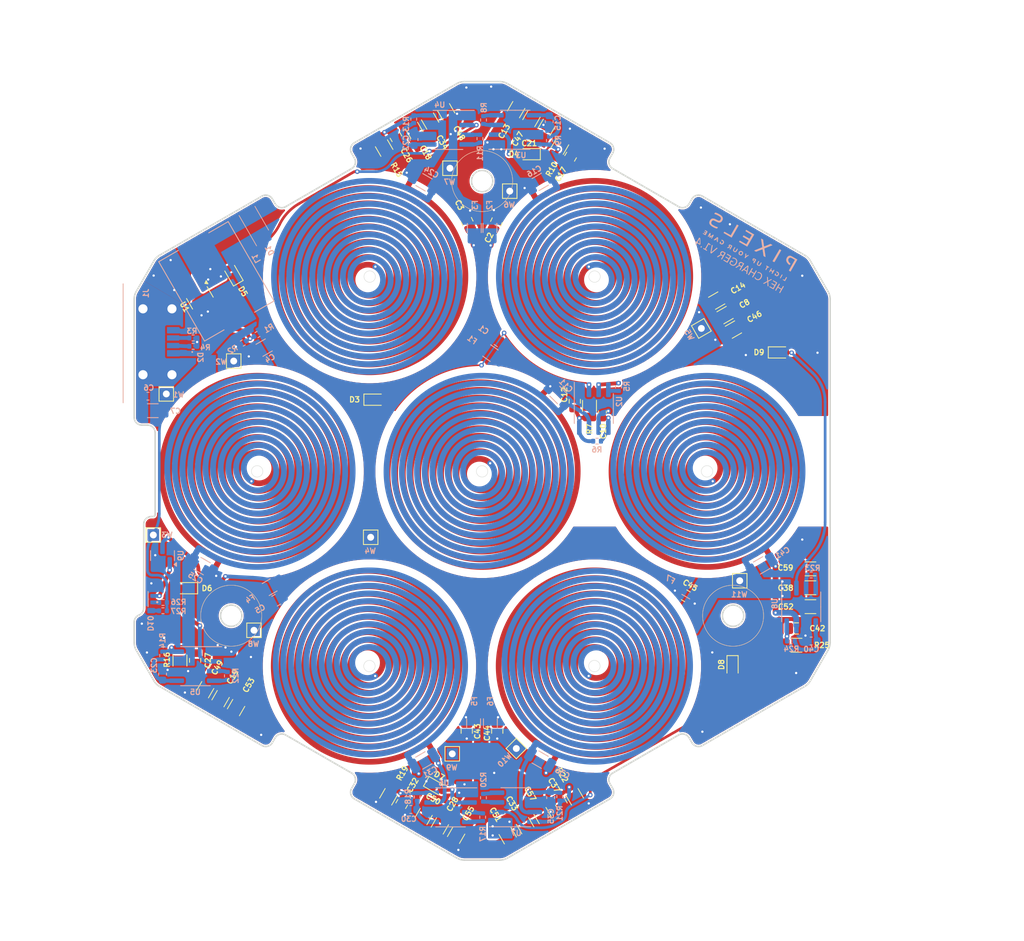
<source format=kicad_pcb>
(kicad_pcb (version 20241229) (generator "pcbnew") (generator_version "9.0")
  (layers (0 "F.Cu" signal) (2 "B.Cu" signal) (13 "F.Paste" user) (15 "B.Paste" user) (5 "F.SilkS" user "F.Silkscreen") (7 "B.SilkS" user "B.Silkscreen") (1 "F.Mask" user) (3 "B.Mask" user) (25 "Edge.Cuts" user))
  (net 0 "")
  (net 1 "GND")
  (net 2 "/Charger1/VCC")
  (net 3 "Net-(U3-FB)")
  (net 4 "Net-(U2-FB)")
  (net 5 "Net-(U2-PVSS)")
  (net 6 "Net-(U3-PVSS)")
  (net 7 "Net-(U4-FB)")
  (net 8 "Net-(U5-FB)")
  (net 9 "Net-(D3-A)")
  (net 10 "Net-(R5-Pad1)")
  (net 11 "Net-(R5-Pad2)")
  (net 12 "Net-(U4-PVSS)")
  (net 13 "Net-(U5-PVSS)")
  (net 14 "Net-(U6-FB)")
  (net 15 "Net-(U6-PVSS)")
  (net 16 "Net-(U7-FB)")
  (net 17 "Net-(U7-PVSS)")
  (net 18 "Net-(U8-FB)")
  (net 19 "Net-(U8-PVSS)")
  (net 20 "Net-(D4-A)")
  (net 21 "Net-(D5-A)")
  (net 22 "Net-(D6-A)")
  (net 23 "Net-(D7-A)")
  (net 24 "Net-(D8-A)")
  (net 25 "Net-(D9-A)")
  (net 26 "Net-(R8-Pad2)")
  (net 27 "Net-(R8-Pad1)")
  (net 28 "Net-(R11-Pad2)")
  (net 29 "Net-(R11-Pad1)")
  (net 30 "Net-(R12-Pad2)")
  (net 31 "Net-(R12-Pad1)")
  (net 32 "Net-(R17-Pad2)")
  (net 33 "Net-(R17-Pad1)")
  (net 34 "Net-(R20-Pad2)")
  (net 35 "Net-(R20-Pad1)")
  (net 36 "Net-(R23-Pad2)")
  (net 37 "Net-(R23-Pad1)")
  (net 38 "+5V")
  (net 39 "/SW")
  (net 40 "Net-(U1-FB)")
  (net 42 "Net-(J1-CC1)")
  (net 43 "Net-(J1-CC2)")
  (net 44 "Net-(D10-A1)")
  (net 45 "Net-(D10-A2)")
  (net 46 "Net-(J2-Pin_1)")
  (net 47 "Net-(J3-Pin_1)")
  (net 48 "Net-(J4-Pin_1)")
  (net 49 "Net-(J5-Pin_1)")
  (net 50 "Net-(J6-Pin_1)")
  (net 51 "Net-(J7-Pin_1)")
  (net 52 "Net-(J8-Pin_1)")
  (net 53 "Net-(D10-K1)")
  (net 54 "/Charger1/+6V")
  (net 55 "/Charger2/+6V")
  (net 56 "/Charger3/+6V")
  (net 57 "/Charger4/+6V")
  (net 58 "/Charger5/+6V")
  (net 59 "/Charger6/+6V")
  (net 60 "/Charger7/+6V")
  (footprint "LED_SMD:LED_0603_1608Metric" (layer "F.Cu") (at 106.822411 115.276905 180)
    (property "Reference" "D6")
    (property "Value" "LED")
  )
  (footprint "Capacitor_SMD:C_1206_3216Metric" (layer "F.Cu") (at 176.377387 77.562501 30)
    (property "Reference" "C14")
    (property "Value" "47uF 10V 20% X5R")
  )
  (footprint "Pixels-dice:TestPoint_1.5x1.5_Drill0.9mm" (layer "F.Cu") (at 179.4 114.3)
    (property "Reference" "W11")
    (property "Value" "+6V")
  )
  (footprint "Resistor_SMD:R_1206_3216Metric" (layer "F.Cu") (at 105.99 124.76 90)
    (property "Reference" "R16")
    (property "Value" "0.80R 1%")
  )
  (footprint "Capacitor_SMD:C_0805_2012Metric" (layer "F.Cu") (at 143.600001 134.050003 90)
    (property "Reference" "C43")
    (property "Value" "10uF 50V 10% X5R")
  )
  (footprint "Capacitor_SMD:C_1206_3216Metric" (layer "F.Cu") (at 142.206164 147.687127 -120)
    (property "Reference" "C55")
    (property "Value" "47uF 10V 20% X5R")
  )
  (footprint "Pixels-dice:COIL_25_6_11T_0750_0255" (layer "F.Cu") (at 130.87 74.41 60)
    (property "Reference" "J4" (hide yes))
    (property "Value" "Conn_01x02_Socket")
    (fp_circle (center 0 0) (end 0.75 0) (stroke (width 0.05)) (fill no) (layer "Edge.Cuts"))
  )
  (footprint "Capacitor_SMD:C_1206_3216Metric" (layer "F.Cu") (at 178.577387 81.3625 30)
    (property "Reference" "C46")
    (property "Value" "47uF 10V 20% X5R")
  )
  (footprint "Capacitor_SMD:C_0805_2012Metric" (layer "F.Cu") (at 157.77 90.762501 90)
    (property "Reference" "C12")
    (property "Value" "10uF 50V 10% X5R")
  )
  (footprint "Capacitor_SMD:C_1206_3216Metric" (layer "F.Cu") (at 152.0875 53.672613 60)
    (property "Reference" "C47")
    (property "Value" "47uF 10V 20% X5R")
  )
  (footprint "Resistor_SMD:R_1206_3216Metric" (layer "F.Cu") (at 186.838712 122.755449 180)
    (property "Reference" "R25")
    (property "Value" "0.80R 1%")
  )
  (footprint "Capacitor_SMD:C_0805_2012Metric" (layer "F.Cu") (at 156.012499 143.589608 -60)
    (property "Reference" "C37")
    (property "Value" "10uF 50V 10% X5R")
  )
  (footprint "Pixels-dice:TestPoint_1.5x1.5_Drill0.9mm" (layer "F.Cu") (at 150.1 136.3 45)
    (property "Reference" "W10")
    (property "Value" "+6V")
  )
  (footprint "Resistor_SMD:R_1206_3216Metric" (layer "F.Cu") (at 159.7 91.362501 -90)
    (property "Reference" "R7")
    (property "Value" "0.80R 1%")
  )
  (footprint "LED_SMD:LED_0603_1608Metric" (layer "F.Cu") (at 178.459685 125.606544 -90)
    (property "Reference" "D8")
    (property "Value" "LED")
  )
  (footprint "Capacitor_SMD:C_1206_3216Metric" (layer "F.Cu") (at 177.477387 79.462501 30)
    (property "Reference" "C8")
    (property "Value" "47uF 10V 20% X5R")
  )
  (footprint "Capacitor_SMD:C_0603_1608Metric" (layer "F.Cu") (at 161.399996 92.175001 -90)
    (property "Reference" "C10")
    (property "Value" "0.1uF 16V 10% X7R")
  )
  (footprint "LED_SMD:LED_0603_1608Metric" (layer "F.Cu") (at 139.576924 141.350489 -30)
    (property "Reference" "D7")
    (property "Value" "LED")
  )
  (footprint "LED_SMD:LED_0603_1608Metric" (layer "F.Cu") (at 112.901914 74.002471 120)
    (property "Reference" "D5")
    (property "Value" "LED")
  )
  (footprint "Resistor_SMD:R_1206_3216Metric" (layer "F.Cu") (at 157.768749 142.633442 120)
    (property "Reference" "R22")
    (property "Value" "0.80R 1%")
  )
  (footprint "Capacitor_SMD:C_1206_3216Metric" (layer "F.Cu") (at 138.797395 54.013939 120)
    (property "Reference" "C34")
    (property "Value" "47uF 10V 20% X5R")
  )
  (footprint "Capacitor_SMD:C_0805_2012Metric" (layer "F.Cu") (at 157.22 58.69 60)
    (property "Reference" "C17")
    (property "Value" "10uF 50V 10% X5R")
  )
  (footprint "Capacitor_SMD:C_1206_3216Metric" (layer "F.Cu") (at 136.71 55.23 120)
    (property "Reference" "C18")
    (property "Value" "47uF 10V 20% X5R")
  )
  (footprint "Pixels-dice:TestPoint_1.5x1.5_Drill0.9mm" (layer "F.Cu") (at 115.7 120.8)
    (property "Reference" "W8")
    (property "Value" "+6V")
  )
  (footprint "Capacitor_SMD:C_1206_3216Metric" (layer "F.Cu") (at 188.675001 115.220039)
    (property "Reference" "C38")
    (property "Value" "47uF 10V 20% X5R")
  )
  (footprint "Capacitor_SMD:C_0805_2012Metric" (layer "F.Cu") (at 147.600002 134.050001 90)
    (property "Reference" "C44")
    (property "Value" "10uF 50V 10% X5R")
  )
  (footprint "Capacitor_SMD:C_1206_3216Metric" (layer "F.Cu") (at 109.29 128.59 -120)
    (property "Reference" "C49")
    (property "Value" "47uF 10V 20% X5R")
  )
  (footprint "Pixels-dice:TestPoint_1.5x1.5_Drill0.9mm" (layer "F.Cu") (at 102.5 108.3)
    (property "Reference" "W3")
    (property "Value" "5V")
  )
  (footprint "Capacitor_SMD:C_1206_3216Metric" (layer "F.Cu") (at 188.675002 112.740077)
    (property "Reference" "C59")
    (property "Value" "47uF 10V 20% X5R")
  )
  (footprint "Capacitor_SMD:C_0805_2012Metric" (layer "F.Cu") (at 143.65 67.2 -65)
    (property "Reference" "C3")
    (property "Value" "10uF 50V 10% X5R")
  )
  (footprint "Capacitor_SMD:C_1206_3216Metric" (layer "F.Cu") (at 111.320776 129.762469 -120)
    (property "Reference" "C19")
    (property "Value" "47uF 10V 20% X5R")
  )
  (footprint "Pixels-dice:TestPoint_1.5x1.5_Drill0.9mm" (layer "F.Cu") (at 141.7 137)
    (property "Reference" "W9")
    (property "Value" "+6V")
  )
  (footprint "Capacitor_SMD:C_0805_2012Metric" (layer "F.Cu") (at 135.075 143.577277 -120)
    (property "Reference" "C32")
    (property "Value" "10uF 50V 10% X5R")
  )
  (footprint "Capacitor_SMD:C_1206_3216Metric" (layer "F.Cu") (at 148.973309 147.744281 -60)
    (property "Reference" "C51")
    (property "Value" "47uF 10V 20% X5R")
  )
  (footprint "Resistor_SMD:R_1206_3216Metric" (layer "F.Cu") (at 133.325994 142.633438 60)
    (property "Reference" "R19")
    (property "Value" "0.80R 1%")
  )
  (footprint "Capacitor_SMD:C_1206_3216Metric" (layer "F.Cu") (at 153.551695 145.100948 -60)
    (property "Reference" "C57")
    (property "Value" "47uF 10V 20% X5R")
  )
  (footprint "Pixels-dice:COIL_25_6_11T_0750_0255" (layer "F.Cu") (at 130.84 125.49 -60)
    (property "Reference" "J6" (hide yes))
    (property "Value" "Conn_01x02_Socket")
    (fp_circle (center 0 0) (end 0.749999 -0.000002) (stroke (width 0.05)) (fill no) (layer "Edge.Cuts"))
  )
  (footprint "Pixels-dice:TestPoint_1.5x1.5_Drill0.9mm" (layer "F.Cu") (at 131 108.6)
    (property "Reference" "W4")
    (property "Value" "VCC")
  )
  (footprint "Pixels-dice:TestPoint_1.5x1.5_Drill0.9mm" (layer "F.Cu") (at 141.4 60.2)
    (property "Reference" "W7")
    (property "Value" "+6V")
  )
  (footprint "LED_SMD:LED_0603_1608Metric" (layer "F.Cu") (at 131.59486 90.556649)
    (property "Reference" "D3")
    (property "Value" "LED")
  )
  (footprint "Pixels-dice:TestPoint_1.5x1.5_Drill0.9mm" (layer "F.Cu") (at 174.36654 81.20602 -60)
    (property "Reference" "W5")
    (property "Value" "+6V")
  )
  (footprint "Capacitor_SMD:C_0805_2012Metric" (layer "F.Cu") (at 147.5 67.25 -115)
    (property "Reference" "C2")
    (property "Value" "10uF 50V 10% X5R")
  )
  (footprint "Capacitor_SMD:C_1206_3216Metric" (layer "F.Cu") (at 151.262501 146.422613 -60)
    (property "Reference" "C33")
    (property "Value" "47uF 10V 20% X5R")
  )
  (footprint "Pixels-dice:COIL_25_6_11T_0750_0255" (layer "F.Cu") (at 175.113712 99.954152 -60)
    (property "Reference" "J8" (hide yes))
    (property "Value" "Conn_01x02_Socket")
    (fp_circle (center 0 0) (end 0.749999 -0.000002) (stroke (width 0.05)) (fill no) (layer "Edge.Cuts"))
  )
  (footprint "Capacitor_SMD:C_0805_2012Metric" (layer "F.Cu") (at 107.98 124.74 -90)
    (property "Reference" "C27")
    (property "Value" "10uF 50V 10% X5R")
  )
  (footprint "LED_SMD:LED_0603_1608Metric" (layer "F.Cu") (at 151.76396 58.35798 180)
    (property "Reference" "D4")
    (property "Value" "LED")
  )
  (footprint "Capacitor_SMD:C_0805_2012Metric" (layer "F.Cu") (at 134.32 56.12 -60)
    (property "Reference" "C26")
    (property "Value" "10uF 50V 10% X5R")
  )
  (footprint "Capacitor_SMD:C_1206_3216Metric" (layer "F.Cu") (at 150.08 52.52 60)
    (property "Reference" "C13")
    (property "Value" "47uF 10V 20% X5R")
  )
  (footprint "Resistor_SMD:R_1206_3216Metric" (layer "F.Cu") (at 132.77 57.56 120)
    (property "Reference" "R15")
    (property "Value" "0.80R 1%")
  )
  (footprint "Capacitor_SMD:C_1206_3216Metric" (layer "F.Cu") (at 188.675001 117.7)
    (property "Reference" "C52")
    (property "Value" "47uF 10V 20% X5R")
  )
  (footprint "Capacitor_SMD:C_0805_2012Metric" (layer "F.Cu") (at 186.850001 120.555)
    (property "Reference" "C42")
    (property "Value" "10uF 50V 10% X5R")
  )
  (footprint "Pixels-dice:TestPoint_1.5x1.5_Drill0.9mm" (layer "F.Cu") (at 149.237924 63.20517)
    (property "Reference" "W6")
    (property "Value" "+6V")
  )
  (footprint "Capacitor_SMD:C_1206_3216Metric" (layer "F.Cu") (at 140.9 52.8 120)
    (property "Reference" "C48")
    (property "Value" "47uF 10V 20% X5R")
  )
  (footprint "LED_SMD:LED_0603_1608Metric" (layer "F.Cu") (at 184.631435 84.359442)
    (property "Reference" "D9")
    (property "Value" "LED")
  )
  (footprint "Package_TO_SOT_SMD:SOT-23-6" (layer "F.Cu") (at 108.6 77.2 -60)
    (property "Reference" "U1")
    (property "Value" "MT3608B")
  )
  (footprint "Capacitor_SMD:C_1206_3216Metric" (layer "F.Cu") (at 113.351551 130.934937 -120)
    (property "Reference" "C53")
    (property "Value" "47uF 10V 20% X5R")
  )
  (footprint "Capacitor_SMD:C_0805_2012Metric" (layer "F.Cu") (at 172.322724 116.274998 150)
    (property "Reference" "C45")
    (property "Value" "10uF 50V 10% X5R")
  )
  (footprint "Capacitor_SMD:C_1206_3216Metric" (layer "F.Cu") (at 137.9375 145.222613 -120)
    (property "Reference" "C50")
    (property "Value" "47uF 10V 20% X5R")
  )
  (footprint "Pixels-dice:TestPoint_1.5x1.5_Drill0.9mm" (layer "F.Cu") (at 104.2 89.8)
    (property "Reference" "W1")
    (property "Value" "VBUS")
  )
  (footprint "Resistor_SMD:R_1206_3216Metric" (layer "F.Cu") (at 155.824552 57.306988 -120)
    (property "Reference" "R10")
    (property "Value" "0.80R 1%")
  )
  (footprint "Pixels-dice:TestPoint_1.5x1.5_Drill0.9mm" (layer "F.Cu") (at 113.04 85.49)
    (property "Reference" "W2")
    (property "Value" "GND")
  )
  (footprint "Capacitor_SMD:C_1206_3216Metric" (layer "F.Cu") (at 154.08 54.83 60)
    (property "Reference" "C21")
    (property "Value" "47uF 10V 20% X5R")
  )
  (footprint "Capacitor_SMD:C_1206_3216Metric" (layer "F.Cu") (at 140.071832 146.454871 -120)
    (property "Reference" "C28")
    (property "Value" "47uF 10V 20% X5R")
  )
  (footprint "Capacitor_SMD:C_0603_1608Metric" (layer "B.Cu") (at 154.42 54.09 90)
    (property "Reference" "C15")
    (property "Value" "0.1uF 16V 10% X7R")
  )
  (footprint "Pixels-dice:COIL_25_6_11T_0750_0255" (layer "B.Cu") (at 160.34 125.49 -120)
    (property "Reference" "J7" (hide yes))
    (property "Value" "Conn_01x02_Socket")
    (fp_circle (center 0 0) (end 0.749999 -0.000001) (stroke (width 0.05)) (fill no) (layer "Edge.Cuts"))
  )
  (footprint "Resistor_SMD:R_0402_1005Metric" (layer "B.Cu") (at 145.8 53.88 -90)
    (property "Reference" "R8")
    (property "Value" "120K 1%")
  )
  (footprint "Resistor_SMD:R_0402_1005Metric" (layer "B.Cu") (at 103.76 118.23)
    (property "Reference" "R27")
    (property "Value" "200R 5%")
  )
  (footprint "Capacitor_SMD:C_1206_3216Metric" (layer "B.Cu") (at 153.222614 137.762499 -30)
    (property "Reference" "C36")
    (property "Value" "33nF 50V 5% COG")
  )
  (footprint "Capacitor_SMD:C_0603_1608Metric" (layer "B.Cu") (at 136.689998 56.440001 -90)
    (property "Reference" "C22")
    (property "Value" "0.1uF 16V 10% X7R")
  )
  (footprint "Resistor_SMD:R_0402_1005Metric" (layer "B.Cu") (at 145.33 56.319999 90)
    (property "Reference" "R11")
    (property "Value" "120K 1%")
  )
  (footprint "Resistor_SMD:R_0402_1005Metric" (layer "B.Cu") (at 186.110002 122.205001 180)
    (property "Reference" "R24")
    (property "Value" "1k 1%")
  )
  (footprint "Pixels-dice:COIL_25_6_11T_0750_0255" (layer "B.Cu") (at 145.613208 99.954148 45)
    (property "Reference" "J2" (hide yes))
    (property "Value" "Conn_01x02_Socket")
    (fp_circle (center 0 0) (end 0.749997 0.000004) (stroke (width 0.05)) (fill no) (layer "Edge.Cuts"))
  )
  (footprint "Pixels-dice:SOIC-8_3.9x4.9mm_P1.27mm" (layer "B.Cu") (at 141.137776 55.176343 -90)
    (property "Reference" "U4")
    (property "Value" "XKT520")
  )
  (footprint "Pixels-dice:DFN" (layer "B.Cu") (at 107.6 85 -90)
    (property "Reference" "D2")
    (property "Value" "D_TVS")
  )
  (footprint "Capacitor_SMD:C_0805_2012Metric" (layer "B.Cu") (at 118.615646 116.850218 30)
    (property "Reference" "C5")
    (property "Value" "10uF 50V 10% X5R")
  )
  (footprint "Resistor_SMD:R_0402_1005Metric" (layer "B.Cu") (at 107.72 83.56 180)
    (property "Reference" "R4")
    (property "Value" "5.1k 1%")
  )
  (footprint "Capacitor_SMD:C_1206_3216Metric" (layer "B.Cu") (at 102.43 92 180)
    (property "Reference" "C7")
    (property "Value" "47uF 10V 20% X5R")
  )
  (footprint "Capacitor_SMD:C_0603_1608Metric" (layer "B.Cu") (at 136.275 144.299998)
    (property "Reference" "C30")
    (property "Value" "0.1uF 16V 10% X7R")
  )
  (footprint "Capacitor_SMD:C_1206_3216Metric" (layer "B.Cu") (at 155.642981 89.942982 135)
    (property "Reference" "C11")
    (property "Value" "33nF 50V 5% COG")
  )
  (footprint "Resistor_SMD:R_0402_1005Metric" (layer "B.Cu") (at 114.23 83.12 -150)
    (property "Reference" "R2")
    (property "Value" "47k 1%")
  )
  (footprint "Fuse:Fuse_1206_3216Metric" (layer "B.Cu") (at 146.703597 84.441631 -35)
    (property "Reference" "F1")
    (property "Value" "250mA 150mR")
  )
  (footprint "Pixels-dice:Pixels-light-up-your-game" (layer "B.Cu") (at 180.7859 70.593785 150)
    (property "Reference" "G***" (hide yes))
    (property "Value" "LOGO" (hide yes))
  )
  (footprint "Pixels-dice:SOIC-8_3.9x4.9mm_P1.27mm" (layer "B.Cu") (at 160.265 91.725)
    (property "Reference" "U2")
    (property "Value" "XKT520")
  )
  (footprint "Pixels-dice:SOIC-8_3.9x4.9mm_P1.27mm" (layer "B.Cu") (at 108.025 125.505 -90)
    (property "Reference" "U5")
    (property "Value" "XKT520")
  )
  (footprint "Resistor_SMD:R_0402_1005Metric" (layer "B.Cu") (at 107.72 82.46 180)
    (property "Reference" "R3")
    (property "Value" "5.1k 1%")
  )
  (footprint "Fuse:Fuse_1206_3216Metric" (layer "B.Cu") (at 172.787564 115.600001 -30)
    (property "Reference" "F7")
    (property "Value" "250mA 150mR")
  )
  (footprint "Capacitor_SMD:C_1206_3216Metric" (layer "B.Cu") (at 137.977387 137.8625 -150)
    (property "Reference" "C31")
    (property "Value" "33nF 50V 5% COG")
  )
  (footprint "Resistor_SMD:R_0402_1005Metric" (layer "B.Cu") (at 112.21 126.78 90)
    (property "Reference" "R12")
    (property "Value" "120K 1%")
  )
  (footprint "Capacitor_SMD:C_0603_1608Metric" (layer "B.Cu") (at 188.770002 122.205001)
    (property "Reference" "C40")
    (property "Value" "0.1uF 16V 10% X7R")
  )
  (footprint "Resistor_SMD:R_0402_1005Metric" (layer "B.Cu") (at 154.44 56.57 -90)
    (property "Reference" "R9")
    (property "Value" "1k 1%")
  )
  (footprint "Fuse:Fuse_1206_3216Metric" (layer "B.Cu") (at 144.5 133 -90)
    (property "Reference" "F5")
    (property "Value" "250mA 150mR")
  )
  (footprint "Pixels-dice:XL-3210SURUGC" (layer "B.Cu") (at 102.21 116.71 90)
    (property "Reference" "D10")
    (property "Value" "LED_Dual_KKAA" (hide yes))
  )
  (footprint "Fuse:Fuse_1206_3216Metric" (layer "B.Cu") (at 117.752248 115.15477 -150)
    (property "Reference" "F4")
    (property "Value" "250mA 150mR")
  )
  (footprint "Capacitor_SMD:C_0805_2012Metric" (layer "B.Cu") (at 147.821808 82.855104 145)
    (property "Reference" "C1")
    (property "Value" "10uF 50V 10% X5R")
  )
  (footprint "Capacitor_SMD:C_0603_1608Metric" (layer "B.Cu") (at 154.6 142.729996 90)
    (property "Reference" "C35")
    (property "Value" "0.1uF 16V 10% X7R")
  )
  (footprint "Pixels-dice:SOIC-8_3.9x4.9mm_P1.27mm" (layer "B.Cu") (at 150.025 144.004999 90)
    (property "Reference" "U7")
    (property "Value" "XKT520")
  )
  (footprint "Pixels-dice:SOIC-8_3.9x4.9mm_P1.27mm" (layer "B.Cu") (at 141.475 144.015 -90)
    (property "Reference" "U6")
    (property "Value" "XKT520")
  )
  (footprint "Resistor_SMD:R_0402_1005Metric" (layer "B.Cu") (at 145.790003 142.759999 -90)
    (property "Reference" "R20")
    (property "Value" "120K 1%")
  )
  (footprint "Pixels-dice:USB-C-SMD_10P-P1.00-L6.8-W8.9" (layer "B.Cu") (at 103.04 82.96 180)
    (property "Reference" "J1")
    (property "Value" "USB_C_Receptacle_USB2.0")
  )
  (footprint "Resistor_SMD:R_0402_1005Metric" (layer "B.Cu") (at 137.1 142.66 90)
    (property "Reference" "R18")
    (property "Value" "1k 1%")
  )
  (footprint "Pixels-dice:COIL_25_6_11T_0750_0255" (layer "B.Cu") (at 116.113712 99.954152 -120)
    (property "Reference" "J5" (hide yes))
    (property "Value" "Conn_01x02_Socket")
    (fp_circle (center 0 0) (end 0.75 0) (stroke (width 0.05)) (fill no) (layer "Edge.Cuts"))
  )
  (footprint "Fuse:Fuse_1206_3216Metric" (layer "B.Cu") (at 146.7 132.999999 -90)
    (property "Reference" "F6")
    (property "Value" "250mA 150mR")
  )
  (footprint "Resistor_SMD:R_0402_1005Metric" (layer "B.Cu") (at 103.77 117.15)
    (property "Reference" "R26")
    (property "Value" "200R 5%")
  )
  (footprint "Capacitor_SMD:C_1206_3216Metric" (layer "B.Cu") (at 108.898317 112.381874 -30)
    (property "Reference" "C25")
    (property "Value" "33nF 50V 5% COG")
  )
  (footprint "Resistor_SMD:R_0402_1005Metric" (layer "B.Cu") (at 155.8 142.609998 -90)
    (property "Reference" "R21")
    (property "Value" "1k 1%")
  )
  (footprint "Resistor_SMD:R_0402_1005Metric" (layer "B.Cu") (at 145.69 145.31 90)
    (property "Reference" "R17")
    (property "Value" "120K 1%")
  )
  (footprint "Package_TO_SOT_SMD:SOT-23" (layer "B.Cu") (at 103.7 111 90)
    (property "Reference" "U9")
    (property "Value" "SSP61CN4802MR")
  )
  (footprint "Pixels-dice:SOIC-8_3.9x4.9mm_P1.27mm" (layer "B.Cu") (at 187.465001 117.724998)
    (property "Reference" "U8")
    (property "Value" "XKT520")
  )
  (footprint "Fuse:Fuse_1206_3216Metric" (layer "B.Cu") (at 144.593494 68.044511 90)
    (property "Reference" "F3")
    (property "Value" "250mA 150mR")
  )
  (footprint "Inductor_SMD:L_Sunlord_MWSA1005S" (layer "B.Cu") (at 110.765 75.036379 120)
    (property "Reference" "L1")
    (property "Value" "15uH 7A")
  )
  (footprint "Resistor_SMD:R_0402_1005Metric" (layer "B.Cu") (at 163.5 88.890002 90)
    (property "Reference" "R5")
    (property "Value" "120K 1%")
  )
  (footprint "Capacitor_SMD:C_1206_3216Metric" (layer "B.Cu") (at 117.03 83.73 -150)
    (property "Reference" "C4")
    (property "Value" "47uF 10V 20% X5R")
  )
  (footprint "Resistor_SMD:R_0402_1005Metric" (layer "B.Cu") (at 103.72 124.11 90)
    (property "Reference" "R14")
    (property "Value" "1k 1%")
  )
  (footprint "Capacitor_SMD:C_1206_3216Metric" (layer "B.Cu") (at 182.271611 112.277037 -150)
    (property "Reference" "C41")
    (property "Value" "33nF 50V 5% COG")
  )
  (footprint "Fuse:Fuse_1206_3216Metric" (layer "B.Cu") (at 146.64 68.03 90)
    (property "Reference" "F2")
    (property "Value" "250mA 150mR")
  )
  (footprint "Pixels-dice:SOIC-8_3.9x4.9mm_P1.27mm" (layer "B.Cu") (at 149.944395 55.160002 90)
    (property "Reference" "U3")
    (property "Value" "XKT520")
  )
  (footprint "Resistor_SMD:R_0402_1005Metric" (layer "B.Cu") (at 188.770002 113.544999 180)
    (property "Reference" "R23")
    (property "Value" "120K 1%")
  )
  (footprint "Resistor_SMD:R_0402_1005Metric" (layer "B.Cu") (at 136.65 53.769998 90)
    (property "Reference" "R13")
    (property "Value" "1k 1%")
  )
  (footprint "Capacitor_SMD:C_1206_3216Metric" (layer "B.Cu") (at 153.237079 61.989655 -150)
    (property "Reference" "C16")
    (property "Value" "33nF 50V 5% COG")
  )
  (footprint "Capacitor_SMD:C_0603_1608Metric" (layer "B.Cu") (at 101.8 90.1 180)
    (property "Reference" "C6")
    (property "Value" "0.1uF 16V 10% X7R")
  )
  (footprint "Resistor_SMD:R_0402_1005Metric" (layer "B.Cu") (at 116.16 82.01 -150)
    (property "Reference" "R1")
    (property "Value" "392k 1%")
  )
  (footprint "Capacitor_SMD:C_0603_1608Metric" (layer "B.Cu") (at 103.71 126.55 -90)
    (property "Reference" "C23")
    (property "Value" "0.1uF 16V 10% X7R")
  )
  (footprint "Pixels-dice:COIL_25_6_11T_0750_0255" (layer "B.Cu") (at 160.36 74.41 120)
    (property "Reference" "J3" (hide yes))
    (property "Value" "Conn_01x02_Socket")
    (fp_circle (center 0 0) (end 0.75 0) (stroke (width 0.05)) (fill no) (layer "Edge.Cuts"))
  )
  (footprint "Resistor_SMD:R_0402_1005Metric" (layer "B.Cu") (at 160.69 95.999999 180)
    (property "Reference" "R6")
    (property "Value" "1k 1%")
  )
  (footprint "Pixels-dice:SMAF" (layer "B.Cu") (at 115.92778 67.79 120)
    (property "Reference" "D1")
    (property "Value" "D")
  )
  (footprint "Capacitor_SMD:C_1206_3216Metric" (layer "B.Cu") (at 137.992546 62.042076 -30)
    (property "Reference" "C24")
    (property "Value" "33nF 50V 5% COG")
  )
  (gr_circle (center 145.619315 61.886057) (end 149.619315 61.886057) (stroke (width 0.05)) (fill no) (layer "F.SilkS"))
  (gr_circle (center 112.710419 118.885547) (end 116.710419 118.885547) (stroke (width 0.05)) (fill no) (layer "F.SilkS"))
  (gr_circle (center 178.528758 118.88586) (end 182.528758 118.88586) (stroke (width 0.05)) (fill no) (layer "F.SilkS"))
  (gr_circle (center 178.528758 118.88586) (end 182.528758 118.88586) (stroke (width 0.05)) (fill no) (layer "B.SilkS"))
  (gr_circle (center 145.619315 61.886057) (end 149.619315 61.886057) (stroke (width 0.05)) (fill no) (layer "B.SilkS"))
  (gr_circle (center 112.710419 118.885547) (end 116.710419 118.885547) (stroke (width 0.05)) (fill no) (layer "B.SilkS"))
  (gr_arc (start 119.846739 65.246527) (mid 119.087883 65.346442) (end 118.480649 64.880485) (stroke (width 0.2)) (layer "Edge.Cuts"))
  (gr_arc (start 116.739599 63.865008) (mid 117.498435 63.765104) (end 118.105678 64.231064) (stroke (width 0.2)) (layer "Edge.Cuts"))
  (gr_arc (start 118.105699 135.541037) (mid 117.498442 136.00701) (end 116.739659 135.907088) (stroke (width 0.2)) (layer "Edge.Cuts"))
  (gr_arc (start 102.574273 72.352739) (mid 102.892085 71.938559) (end 103.306332 71.620739) (stroke (width 0.2)) (layer "Edge.Cuts"))
  (gr_circle (center 178.52828 118.886057) (end 179.92828 118.886057) (stroke (width 0.2)) (fill no) (layer "Edge.Cuts"))
  (gr_arc (start 103.306335 128.151405) (mid 102.892086 127.833543) (end 102.574268 127.419324) (stroke (width 0.2)) (layer "Edge.Cuts"))
  (gr_arc (start 174.499027 135.907106) (mid 173.740183 136.007007) (end 173.132971 135.541073) (stroke (width 0.2)) (layer "Edge.Cuts"))
  (gr_arc (start 173.133039 64.230889) (mid 173.738371 63.765533) (end 174.487721 63.858478) (stroke (width 0.2)) (layer "Edge.Cuts"))
  (gr_line (start 119.846739 65.246527) (end 128.511566 60.243887) (stroke (width 0.2)) (layer "Edge.Cuts"))
  (gr_line (start 188.664447 127.419219) (end 190.992458 123.38697) (stroke (width 0.2)) (layer "Edge.Cuts"))
  (gr_arc (start 188.664447 127.419219) (mid 188.346571 127.833516) (end 187.932276 128.15139) (stroke (width 0.2)) (layer "Edge.Cuts"))
  (gr_arc (start 101.734315 93.886057) (mid 102.441423 94.17895) (end 102.734315 94.886061) (stroke (width 0.2)) (layer "Edge.Cuts"))
  (gr_arc (start 100.252217 123.397457) (mid 100.053392 122.918685) (end 99.984323 122.397661) (stroke (width 0.2)) (layer "Edge.Cuts"))
  (gr_line (start 142.297291 49.109269) (end 128.856211 56.869478) (stroke (width 0.2)) (layer "Edge.Cuts"))
  (gr_arc (start 101.234315 117.886061) (mid 101.063453 118.445075) (end 100.60931 118.81307) (stroke (width 0.2)) (layer "Edge.Cuts"))
  (gr_arc (start 187.932354 71.620743) (mid 188.342697 71.934733) (end 188.658928 72.343349) (stroke (width 0.2)) (layer "Edge.Cuts"))
  (gr_line (start 118.480638 64.880491) (end 118.105688 64.231058) (stroke (width 0.2)) (layer "Edge.Cuts"))
  (gr_circle (center 145.619315 61.886057) (end 147.019315 61.886057) (stroke (width 0.2)) (fill no) (layer "Edge.Cuts"))
  (gr_arc (start 128.506913 139.525539) (mid 128.972842 140.132761) (end 128.872964 140.891582) (stroke (width 0.2)) (layer "Edge.Cuts"))
  (gr_line (start 173.133039 64.230889) (end 172.75793 64.880597) (stroke (width 0.2)) (layer "Edge.Cuts"))
  (gr_arc (start 143.297315 150.930816) (mid 142.779677 150.862659) (end 142.297339 150.662849) (stroke (width 0.2)) (layer "Edge.Cuts"))
  (gr_line (start 102.574273 72.352739) (end 100.252252 76.374596) (stroke (width 0.2)) (layer "Edge.Cuts"))
  (gr_line (start 148.941347 150.66284) (end 162.374563 142.90717) (stroke (width 0.2)) (layer "Edge.Cuts"))
  (gr_line (start 187.932354 71.620743) (end 174.487721 63.858478) (stroke (width 0.2)) (layer "Edge.Cuts"))
  (gr_line (start 174.499027 135.907106) (end 187.932287 128.151409) (stroke (width 0.2)) (layer "Edge.Cuts"))
  (gr_arc (start 100.984315 93.886057) (mid 100.277203 93.593156) (end 99.984335 92.886057) (stroke (width 0.2)) (layer "Edge.Cuts"))
  (gr_line (start 128.497925 58.23094) (end 128.872998 58.880585) (stroke (width 0.2)) (layer "Edge.Cuts"))
  (gr_line (start 99.984315 119.740061) (end 99.984315 122.397661) (stroke (width 0.2)) (layer "Edge.Cuts"))
  (gr_arc (start 162.740614 141.541018) (mid 162.841079 142.297858) (end 162.374557 142.90716) (stroke (width 0.2)) (layer "Edge.Cuts"))
  (gr_arc (start 162.374598 56.864964) (mid 162.840577 57.472232) (end 162.740566 58.231022) (stroke (width 0.2)) (layer "Edge.Cuts"))
  (gr_circle (center 112.71035 118.886057) (end 114.11035 118.886057) (stroke (width 0.2)) (fill no) (layer "Edge.Cuts"))
  (gr_line (start 101.234315 106.886161) (end 101.234315 117.886061) (stroke (width 0.2)) (layer "Edge.Cuts"))
  (gr_line (start 162.374598 56.864964) (end 148.941295 49.109247) (stroke (width 0.2)) (layer "Edge.Cuts"))
  (gr_line (start 118.105699 135.541037) (end 118.480696 134.891523) (stroke (width 0.2)) (layer "Edge.Cuts"))
  (gr_arc (start 118.480696 134.891523) (mid 119.087871 134.425628) (end 119.846688 134.525556) (stroke (width 0.2)) (layer "Edge.Cuts"))
  (gr_arc (start 99.984315 77.374661) (mid 100.051535 76.860447) (end 100.252278 76.374611) (stroke (width 0.2)) (layer "Edge.Cuts"))
  (gr_arc (start 191.254315 122.397361) (mid 191.187325 122.910733) (end 190.992458 123.38697) (stroke (width 0.2)) (layer "Edge.Cuts"))
  (gr_arc (start 171.391883 134.52558) (mid 172.150745 134.425661) (end 172.757995 134.891628) (stroke (width 0.2)) (layer "Edge.Cuts"))
  (gr_arc (start 99.984315 119.740061) (mid 100.155144 119.181066) (end 100.609316 118.813085) (stroke (width 0.2)) (layer "Edge.Cuts"))
  (gr_line (start 172.757995 134.891628) (end 173.132958 135.541081) (stroke (width 0.2)) (layer "Edge.Cuts"))
  (gr_arc (start 128.497925 58.23094) (mid 128.397185 57.475362) (end 128.856211 56.869478) (stroke (width 0.2)) (layer "Edge.Cuts"))
  (gr_arc (start 128.872998 58.880585) (mid 128.972884 59.639366) (end 128.511566 60.243887) (stroke (width 0.2)) (layer "Edge.Cuts"))
  (gr_line (start 103.306335 128.151405) (end 116.739637 135.907126) (stroke (width 0.2)) (layer "Edge.Cuts"))
  (gr_line (start 100.984315 93.886057) (end 101.734315 93.886057) (stroke (width 0.2)) (layer "Edge.Cuts"))
  (gr_line (start 99.984315 77.374661) (end 99.984315 92.886057) (stroke (width 0.2)) (layer "Edge.Cuts"))
  (gr_line (start 119.846688 134.525556) (end 128.506913 139.525539) (stroke (width 0.2)) (layer "Edge.Cuts"))
  (gr_line (start 116.739599 63.865008) (end 103.30632 71.620716) (stroke (width 0.2)) (layer "Edge.Cuts"))
  (gr_line (start 128.872964 140.891582) (end 128.491757 141.551847) (stroke (width 0.2)) (layer "Edge.Cuts"))
  (gr_arc (start 172.75793 64.880597) (mid 172.150761 65.346489) (end 171.391944 65.246554) (stroke (width 0.2)) (layer "Edge.Cuts"))
  (gr_line (start 162.370571 58.872027) (end 162.740633 58.231062) (stroke (width 0.2)) (layer "Edge.Cuts"))
  (gr_arc (start 101.234315 106.886161) (mid 101.524096 106.182098) (end 102.234415 105.886057) (stroke (width 0.2)) (layer "Edge.Cuts"))
  (gr_arc (start 162.731753 60.246594) (mid 162.265795 59.639352) (end 162.370571 58.872027) (stroke (width 0.2)) (layer "Edge.Cuts"))
  (gr_line (start 102.484315 105.886057) (end 102.234415 105.886057) (stroke (width 0.2)) (layer "Edge.Cuts"))
  (gr_line (start 143.297315 150.930816) (end 147.946506 150.930816) (stroke (width 0.2)) (layer "Edge.Cuts"))
  (gr_line (start 102.734315 94.886061) (end 102.734315 105.636061) (stroke (width 0.2)) (layer "Edge.Cuts"))
  (gr_line (start 162.731753 60.246594) (end 171.391944 65.246554) (stroke (width 0.2)) (layer "Edge.Cuts"))
  (gr_line (start 128.863917 142.907082) (end 142.297329 150.662867) (stroke (width 0.2)) (layer "Edge.Cuts"))
  (gr_line (start 100.252217 123.397457) (end 102.57425 127.419335) (stroke (width 0.2)) (layer "Edge.Cuts"))
  (gr_arc (start 102.734315 105.636061) (mid 102.661093 105.812836) (end 102.484315 105.886061) (stroke (width 0.2)) (layer "Edge.Cuts"))
  (gr_arc (start 128.863917 142.907082) (mid 128.398051 142.299912) (end 128.491757 141.551847) (stroke (width 0.2)) (layer "Edge.Cuts"))
  (gr_arc (start 142.297291 49.109269) (mid 142.777521 48.910035) (end 143.297315 48.841314) (stroke (width 0.2)) (layer "Edge.Cuts"))
  (gr_line (start 191.254315 122.397361) (end 191.254325 77.36399) (stroke (width 0.2)) (layer "Edge.Cuts"))
  (gr_arc (start 147.941315 48.841298) (mid 148.458934 48.909443) (end 148.941295 49.109247) (stroke (width 0.2)) (layer "Edge.Cuts"))
  (gr_line (start 190.98632 76.374496) (end 188.658928 72.343349) (stroke (width 0.2)) (layer "Edge.Cuts"))
  (gr_arc (start 190.98632 76.374496) (mid 191.184978 76.852522) (end 191.254325 77.36399) (stroke (width 0.2)) (layer "Edge.Cuts"))
  (gr_arc (start 162.365635 140.891535) (mid 162.265752 140.132748) (end 162.731683 139.525549) (stroke (width 0.2)) (layer "Edge.Cuts"))
  (gr_arc (start 148.941347 150.66284) (mid 148.458937 150.862659) (end 147.946506 150.930816) (stroke (width 0.2)) (layer "Edge.Cuts"))
  (gr_line (start 162.731683 139.525549) (end 171.391883 134.52558) (stroke (width 0.2)) (layer "Edge.Cuts"))
  (gr_line (start 162.740614 141.541018) (end 162.365635 140.891535) (stroke (width 0.2)) (layer "Edge.Cuts"))
  (gr_line (start 147.941315 48.841298) (end 143.297315 48.841298) (stroke (width 0.2)) (layer "Edge.Cuts"))
  (gr_text "HEX CHARGER V1.4" (at 179.3 73 330) (layer "B.SilkS") (effects (font (size 1 0.95)) (justify mirror)))
  (segment (start 104.37 125.99) (end 105.99 126.2225) (width 0.5) (layer "F.Cu") (net 1))
  (segment (start 107.06 126.15) (end 107.98 125.69) (width 0.5) (layer "F.Cu") (net 1))
  (segment (start 188.020003 121.494999) (end 188.301213 122.755448) (width 0.5) (layer "F.Cu") (net 1))
  (segment (start 153.66 54.52) (end 154.738841 53.678088) (width 0.5) (layer "F.Cu") (net 1))
  (segment (start 188.020003 121.494999) (end 187.800003 120.555) (width 0.5) (layer "F.Cu") (net 1))
  (segment (start 107.06 126.15) (end 105.99 126.2225) (width 0.5) (layer "F.Cu") (net 1))
  (via (at 178.11 67.55) (size 0.6) (drill 0.3) (layers "F.Cu" "B.Cu") (net 1))
  (via (at 135.5 145) (size 0.6) (drill 0.3) (layers "F.Cu" "B.Cu") (net 1))
  (via (at 174.31 65.36) (size 0.6) (drill 0.3) (layers "F.Cu" "B.Cu") (net 1))
  (via (at 104.77 72.25) (size 0.6) (drill 0.3) (layers "F.Cu" "B.Cu") (net 1))
  (via (at 104.37 125.99) (size 0.6) (drill 0.3) (layers "F.Cu" "B.Cu") (net 1))
  (via (at 135.96 55.67) (size 0.6) (drill 0.3) (layers "F.Cu" "B.Cu") (net 1))
  (via (at 162.165946 92.0398) (size 0.6) (drill 0.3) (layers "F.Cu" "B.Cu") (net 1))
  (via (at 113.33 83.6) (size 0.6) (drill 0.3) (layers "F.Cu" "B.Cu") (net 1))
  (via (at 175.8 123.7) (size 0.6) (drill 0.3) (layers "F.Cu" "B.Cu") (net 1))
  (via (at 174.5 134.1) (size 0.6) (drill 0.3) (layers "F.Cu" "B.Cu") (net 1))
  (via (at 102.24 114.64) (size 0.6) (drill 0.3) (layers "F.Cu" "B.Cu") (net 1))
  (via (at 138.3 140.6) (size 0.6) (drill 0.3) (layers "F.Cu" "B.Cu") (net 1))
  (via (at 102.54 74.28) (size 0.6) (drill 0.3) (layers "F.Cu" "B.Cu") (net 1))
  (via (at 108.24 82.99) (size 0.6) (drill 0.3) (layers "F.Cu" "B.Cu") (net 1))
  (via (at 100.99 119.93) (size 0.6) (drill 0.3) (layers "F.Cu" "B.Cu") (net 1))
  (via (at 115.3 124.3) (size 0.6) (drill 0.3) (layers "F.Cu" "B.Cu") (net 1))
  (via (at 143.55 49.62) (size 0.6) (drill 0.3) (layers "F.Cu" "B.Cu") (net 1))
  (via (at 101.66 123.71) (size 0.6) (drill 0.3) (layers "F.Cu" "B.Cu") (net 1))
  (via (at 157.13 55.02) (size 0.6) (drill 0.3) (layers "F.Cu" "B.Cu") (net 1))
  (via (at 105.24 76.18) (size 0.6) (drill 0.3) (layers "F.Cu" "B.Cu") (net 1))
  (via (at 188.020003 121.494999) (size 0.6) (drill 0.3) (layers "F.Cu" "B.Cu") (net 1))
  (via (at 116.64 134.51) (size 0.6) (drill 0.3) (layers "F.Cu" "B.Cu") (net 1))
  (via (at 107.06 126.15) (size 0.6) (drill 0.3) (layers "F.Cu" "B.Cu") (net 1))
  (via (at 142.5 149.6) (size 0.6) (drill 0.3) (layers "F.Cu" "B.Cu") (net 1))
  (via (at 147.2 139.5) (size 0.6) (drill 0.3) (layers "F.Cu" "B.Cu") (net 1))
  (via (at 106.64 128.96) (size 0.6) (drill 0.3) (layers "F.Cu" "B.Cu") (net 1))
  (via (at 189.6 84.4) (size 0.6) (drill 0.3) (layers "F.Cu" "B.Cu") (net 1))
  (via (at 102.75 110.95) (size 0.6) (drill 0.3) (layers "F.Cu" "B.Cu") (net 1))
  (via (at 129.67 57.62) (size 0.6) (drill 0.3) (layers "F.Cu" "B.Cu") (net 1))
  (via (at 146.8 49.5) (size 0.6) (drill 0.3) (layers "F.Cu" "B.Cu") (net 1))
  (via (at 187.6 74.3) (size 0.6) (drill 0.3) (layers "F.Cu" "B.Cu") (net 1))
  (via (at 186.8 126.4) (size 0.6) (drill 0.3) (layers "F.Cu" "B.Cu") (net 1))
  (via (at 159.6 143.5) (size 0.6) (drill 0.3) (layers "F.Cu" "B.Cu") (net 1))
  (via (at 187.6 108.9) (size 0.6) (drill 0.3) (layers "F.Cu" "B.Cu") (net 1))
  (via (at 180.2 84.7) (size 0.6) (drill 0.3) (layers "F.Cu" "B.Cu") (net 1))
  (via (at 115.02 84.88) (size 0.6) (drill 0.3) (layers "F.Cu" "B.Cu") (net 1))
  (via (at 103.9 121.8) (size 0.6) (drill 0.3) (layers "F.Cu" "B.Cu") (net 1))
  (via (at 154.6 144.6) (size 0.6) (drill 0.3) (layers "F.Cu" "B.Cu") (net 1))
  (via (at 153.66 54.52) (size 0.6) (drill 0.3) (layers "F.Cu" "B.Cu") (net 1))
  (via (at 161.68 57.64) (size 0.6) (drill 0.3) (layers "F.Cu" "B.Cu") (net 1))
  (via (at 131.7 143.3) (size 0.6) (drill 0.3) (layers "F.Cu" "B.Cu") (net 1))
  (segment (start 137.069999 55.7375) (end 137.048538 55.733405) (width 0.5) (layer "B.Cu") (net 1))
  (segment (start 161.521476 92.181396) (end 162.165946 92.0398) (width 0.5) (layer "B.Cu") (net 1))
  (segment (start 107.06 126.15) (end 105.890029 126.142251) (width 0.5) (layer "B.Cu") (net 1))
  (segment (start 137.836855 55.810428) (end 138.662776 55.811343) (width 0.5) (layer "B.Cu") (net 1))
  (segment (start 160.885089 92.982784) (end 160.9 94.2) (width 0.5) (layer "B.Cu") (net 1))
  (segment (start 136.324999 55.6675) (end 135.96 55.67) (width 0.5) (layer "B.Cu") (net 1))
  (segment (start 188.020003 121.494999) (end 187.995003 122.204999) (width 0.5) (layer "B.Cu") (net 1))
  (segment (start 115.02 84.88) (end 115.752613 84.4675) (width 0.7) (layer "B.Cu") (net 1))
  (segment (start 153.66 54.52) (end 154.42 54.865) (width 0.5) (layer "B.Cu") (net 1))
  (segment (start 105.21 126.145) (end 105.132459 126.14614) (width 0.5) (layer "B.Cu") (net 1))
  (segment (start 104.62 126.07) (end 104.37 125.99) (width 0.5) (layer "B.Cu") (net 1))
  (segment (start 113.33 83.6) (end 113.788327 83.375001) (width 0.7) (layer "B.Cu") (net 1))
  (segment (start 188.020003 121.494999) (end 188.1 120.2) (width 0.5) (layer "B.Cu") (net 1))
  (segment (start 104.37 125.99) (end 103.71 125.775) (width 0.5) (layer "B.Cu") (net 1))
  (segment (start 154.6 144.6) (end 154.599995 143.504998) (width 0.5) (layer "B.Cu") (net 1))
  (segment (start 153.66 54.52) (end 152.419395 54.525002) (width 0.5) (layer "B.Cu") (net 1))
  (arc (start 136.324999 55.6675) (mid 136.688379 55.682768) (end 137.048538 55.733405) (width 0.5) (layer "B.Cu") (net 1))
  (arc (start 137.069999 55.7375) (mid 137.451717 55.791942) (end 137.836855 55.810428) (width 0.5) (layer "B.Cu") (net 1))
  (arc (start 105.890029 126.142251) (mid 105.550007 126.141812) (end 105.21 126.145) (width 0.5) (layer "B.Cu") (net 1))
  (arc (start 161.521476 92.181396) (mid 161.060778 92.468927) (end 160.885089 92.982784) (width 0.5) (layer "B.Cu") (net 1))
  (arc (start 104.62 126.07) (mid 104.873135 126.128896) (end 105.132459 126.14614) (width 0.5) (layer "B.Cu") (net 1))
  (segment (start 170.9 115.6) (end 171.5 115.8) (width 0.5) (layer "F.Cu") (net 2))
  (segment (start 107.961567 111.765187) (end 104.48 108.63) (width 0.5) (layer "F.Cu") (net 2))
  (segment (start 143.5 132.2) (end 143.600002 133.100006) (width 0.5) (layer "F.Cu") (net 2))
  (segment (start 108.908825 113.638658) (end 110.364107 114.492845) (width 0.5) (layer "F.Cu") (net 2))
  (segment (start 146.73 70.32) (end 147.098514 68.110993) (width 0.75) (layer "F.Cu") (net 2))
  (segment (start 147.7 132.2) (end 147.600004 133.100002) (width 0.5) (layer "F.Cu") (net 2))
  (segment (start 144.52 70.3) (end 144.051486 68.060993) (width 0.75) (layer "F.Cu") (net 2))
  (segment (start 111.96 113.72) (end 111.664691 114.097993) (width 0.5) (layer "F.Cu") (net 2))
  (via (at 146.73 70.32) (size 0.6) (drill 0.3) (layers "F.Cu" "B.Cu") (net 2))
  (via (at 143.5 132.2) (size 0.6) (drill 0.3) (layers "F.Cu" "B.Cu") (net 2))
  (via (at 170.9 115.6) (size 0.6) (drill 0.3) (layers "F.Cu" "B.Cu") (net 2))
  (via (at 144.52 70.3) (size 0.6) (drill 0.3) (layers "F.Cu" "B.Cu") (net 2))
  (via (at 147.7 132.2) (size 0.6) (drill 0.3) (layers "F.Cu" "B.Cu") (net 2))
  (via (at 104.48 108.63) (size 0.6) (drill 0.3) (layers "F.Cu" "B.Cu") (net 2))
  (via (at 111.96 113.72) (size 0.6) (drill 0.3) (layers "F.Cu" "B.Cu") (net 2))
  (arc (start 111.062456 114.547456) (mid 110.706993 114.60057) (end 110.364107 114.492845) (width 0.5) (layer "F.Cu") (net 2))
  (arc (start 107.961567 111.765187) (mid 108.28544 112.211001) (end 108.4 112.75) (width 0.5) (layer "F.Cu") (net 2))
  (arc (start 108.908825 113.638658) (mid 108.536208 113.262009) (end 108.4 112.75) (width 0.5) (layer "F.Cu") (net 2))
  (arc (start 111.062456 114.547456) (mid 111.393691 114.36308) (end 111.664691 114.097993) (width 0.5) (layer "F.Cu") (net 2))
  (segment (start 117.83735 114.215117) (end 118.964684 114.45477) (width 0.5) (layer "B.Cu") (net 2))
  (segment (start 104.48 108.63) (end 104.09 108.875) (width 0.5) (layer "B.Cu") (net 2))
  (segment (start 103.7 109.58057) (end 103.7 110.0625) (width 0.5) (layer "B.Cu") (net 2))
  (segment (start 111.96 113.72) (end 115.559154 113.913568) (width 0.5) (layer "B.Cu") (net 2))
  (segment (start 170.9 115.6) (end 171.575128 114.900002) (width 0.5) (layer "B.Cu") (net 2))
  (arc (start 103.7 109.58057) (mid 103.803988 109.177479) (end 104.09 108.875) (width 0.5) (layer "B.Cu") (net 2))
  (arc (start 115.559154 113.913568) (mid 116.704125 114.01997) (end 117.83735 114.215117) (width 0.5) (layer "B.Cu") (net 2))
  (segment (start 155.61 54.72414) (end 155.61 55.041756) (width 0.5) (layer "B.Cu") (net 3))
  (segment (start 154.458153 53.337924) (end 155.015 53.6725) (width 0.5) (layer "B.Cu") (net 3))
  (segment (start 155.025 55.86) (end 154.44 56.06) (width 0.5) (layer "B.Cu") (net 3))
  (segment (start 154.305488 53.259884) (end 152.419395 53.255002) (width 0.5) (layer "B.Cu") (net 3))
  (arc (start 155.61 55.041756) (mid 155.448707 55.544684) (end 155.025 55.86) (width 0.5) (layer "B.Cu") (net 3))
  (arc (start 154.385 53.2875) (mid 154.347555 53.267037) (end 154.305488 53.259884) (width 0.5) (layer "B.Cu") (net 3))
  (arc (start 155.61 54.72414) (mid 155.450939 54.119993) (end 155.015 53.6725) (width 0.5) (layer "B.Cu") (net 3))
  (arc (start 154.385 53.2875) (mid 154.420789 53.313854) (end 154.458153 53.337924) (width 0.5) (layer "B.Cu") (net 3))
  (segment (start 161.399992 92.950002) (end 162.175662 92.938847) (width 0.5) (layer "F.Cu") (net 4))
  (via (at 162.175662 92.938847) (size 0.6) (drill 0.3) (layers "F.Cu" "B.Cu") (net 4))
  (segment (start 162.175662 92.938847) (end 162.17 94.2) (width 0.5) (layer "B.Cu") (net 4))
  (segment (start 161.930804 94.745533) (end 161.728561 95.20679) (width 0.5) (layer "B.Cu") (net 4))
  (segment (start 161.4 95.75) (end 161.2 96) (width 0.5) (layer "B.Cu") (net 4))
  (arc (start 161.728561 95.20679) (mid 161.582063 95.489151) (end 161.4 95.75) (width 0.5) (layer "B.Cu") (net 4))
  (arc (start 162.169389 93.604331) (mid 162.1094 94.18733) (end 161.930804 94.745533) (width 0.5) (layer "B.Cu") (net 4))
  (segment (start 158.363016 92.975704) (end 157.77 91.712501) (width 0.5) (layer "F.Cu") (net 5))
  (segment (start 158.363016 92.975704) (end 159.7 92.825002) (width 0.5) (layer "F.Cu") (net 5))
  (via (at 158.363016 92.975704) (size 0.6) (drill 0.3) (layers "F.Cu" "B.Cu") (net 5))
  (segment (start 159.64 95.999999) (end 160.18 95.999998) (width 0.5) (layer "B.Cu") (net 5))
  (segment (start 158.361109 93.749555) (end 158.363016 92.975704) (width 0.5) (layer "B.Cu") (net 5))
  (segment (start 158.768472 95.573749) (end 158.676546 95.455559) (width 0.5) (layer "B.Cu") (net 5))
  (arc (start 158.768472 95.573749) (mid 159.154909 95.887728) (end 159.64 95.999999) (width 0.5) (layer "B.Cu") (net 5))
  (arc (start 158.379999 94.649999) (mid 158.465684 95.075819) (end 158.676546 95.455559) (width 0.5) (layer "B.Cu") (net 5))
  (arc (start 158.361109 93.749555) (mid 158.365277 94.199887) (end 158.379999 94.649999) (width 0.5) (layer "B.Cu") (net 5))
  (segment (start 155.59 57.71) (end 155.093301 58.573551) (width 0.5) (layer "F.Cu") (net 6))
  (segment (start 155.093301 58.573551) (end 156.745 59.512724) (width 0.5) (layer "F.Cu") (net 6))
  (via (at 155.59 57.71) (size 0.6) (drill 0.3) (layers "F.Cu" "B.Cu") (net 6))
  (segment (start 153.784388 57.075133) (end 152.419395 57.065002) (width 0.5) (layer "B.Cu") (net 6))
  (segment (start 155.59 57.71) (end 155.015 57.395) (width 0.5) (layer "B.Cu") (net 6))
  (arc (start 153.784388 57.075133) (mid 154.419536 57.158726) (end 155.015 57.395) (width 0.5) (layer "B.Cu") (net 6))
  (segment (start 135.550966 54.926489) (end 136.649999 54.279998) (width 0.5) (layer "B.Cu") (net 7))
  (segment (start 135.428049 56.573834) (end 135.669599 56.882651) (width 0.5) (layer "B.Cu") (net 7))
  (segment (start 136.927244 57.080071) (end 138.662776 57.081343) (width 0.5) (layer "B.Cu") (net 7))
  (segment (start 136.592803 57.211886) (end 136.299999 57.202501) (width 0.5) (layer "B.Cu") (net 7))
  (arc (start 136.299999 57.202501) (mid 135.949247 57.112645) (end 135.669599 56.882651) (width 0.5) (layer "B.Cu") (net 7))
  (arc (start 135.550966 54.926489) (mid 135.235351 55.245974) (end 135.12 55.68) (width 0.5) (layer "B.Cu") (net 7))
  (arc (start 136.927244 57.080071) (mid 136.837068 57.097531) (end 136.759999 57.147501) (width 0.5) (layer "B.Cu") (net 7))
  (arc (start 135.428049 56.573834) (mid 135.199172 56.152713) (end 135.12 55.68) (width 0.5) (layer "B.Cu") (net 7))
  (arc (start 136.592803 57.211886) (mid 136.68292 57.196623) (end 136.759999 57.147501) (width 0.5) (layer "B.Cu") (net 7))
  (segment (start 103.395 127.2275) (end 103.660304 127.309618) (width 0.5) (layer "B.Cu") (net 8))
  (segment (start 102.55 125.205) (end 102.55 125.831522) (width 0.5) (layer "B.Cu") (net 8))
  (segment (start 103.135 124.62) (end 103.72 124.62) (width 0.5) (layer "B.Cu") (net 8))
  (segment (start 103.822021 127.41) (end 105.55 127.41) (width 0.5) (layer "B.Cu") (net 8))
  (segment (start 102.916732 126.843512) (end 102.732446 126.520144) (width 0.5) (layer "B.Cu") (net 8))
  (arc (start 102.916732 126.843512) (mid 103.119308 127.081039) (end 103.395 127.2275) (width 0.5) (layer "B.Cu") (net 8))
  (arc (start 102.55 125.831522) (mid 102.596385 126.187712) (end 102.732446 126.520144) (width 0.5) (layer "B.Cu") (net 8))
  (arc (start 103.660304 127.309618) (mid 103.704941 127.331965) (end 103.74 127.3675) (width 0.5) (layer "B.Cu") (net 8))
  (arc (start 103.74 127.3675) (mid 103.775832 127.398744) (end 103.822021 127.41) (width 0.5) (layer "B.Cu") (net 8))
  (arc (start 103.135 124.62) (mid 102.721342 124.791342) (end 102.55 125.205) (width 0.5) (layer "B.Cu") (net 8))
  (segment (start 145.613208 86) (end 145.538716 86.038716) (width 0.2) (layer "F.Cu") (net 9))
  (segment (start 145.538716 86.038716) (end 145.3 86.040098) (width 0.2) (layer "F.Cu") (net 9))
  (segment (start 148.5 81.8) (end 148.636772 82.063228) (width 0.2) (layer "F.Cu") (net 9))
  (segment (start 159.261573 88.366843) (end 159.629132 88.600028) (width 0.2) (layer "F.Cu") (net 9))
  (segment (start 134.193041 91.935543) (end 132.382361 90.556649) (width 0.2) (layer "F.Cu") (net 9))
  (via (at 145.538716 86.038716) (size 0.6) (drill 0.3) (layers "F.Cu" "B.Cu") (net 9))
  (via (at 148.5 81.8) (size 0.6) (drill 0.3) (layers "F.Cu" "B.Cu") (net 9))
  (via (at 159.629132 88.600028) (size 0.6) (drill 0.3) (layers "F.Cu" "B.Cu") (net 9))
  (arc (start 159.261573 88.366843) (mid 153.18485 86.43171) (end 148.596988 82.001944) (width 0.2) (layer "F.Cu") (net 9))
  (arc (start 145.538716 86.038716) (mid 139.177936 87.572487) (end 134.193041 91.935543) (width 0.2) (layer "F.Cu") (net 9))
  (segment (start 148.5 81.8) (end 145.538716 86.038716) (width 0.2) (layer "B.Cu") (net 9))
  (segment (start 162.276484 89.4) (end 163.5 89.4) (width 0.5) (layer "B.Cu") (net 10))
  (segment (start 162.185 89.325) (end 162.170001 89.250001) (width 0.5) (layer "B.Cu") (net 10))
  (arc (start 162.185 89.325) (mid 162.217335 89.378853) (end 162.276484 89.4) (width 0.5) (layer "B.Cu") (net 10))
  (segment (start 160.9 88.6) (end 163.5 88.380004) (width 0.5) (layer "F.Cu") (net 11))
  (via (at 163.5 88.380004) (size 0.6) (drill 0.3) (layers "F.Cu" "B.Cu") (net 11))
  (via (at 160.9 88.6) (size 0.6) (drill 0.3) (layers "F.Cu" "B.Cu") (net 11))
  (segment (start 132.82 55.48) (end 133.845 55.297275) (width 0.5) (layer "F.Cu") (net 12))
  (segment (start 132.82 55.48) (end 132.038749 56.293439) (width 0.5) (layer "F.Cu") (net 12))
  (via (at 132.82 55.48) (size 0.6) (drill 0.3) (layers "F.Cu" "B.Cu") (net 12))
  (segment (start 137.656389 53.265669) (end 138.662778 53.271341) (width 0.5) (layer "B.Cu") (net 12))
  (segment (start 135.779291 53.764691) (end 132.82 55.48) (width 0.5) (layer "B.Cu") (net 12))
  (arc (start 137.656389 53.265669) (mid 136.684525 53.389863) (end 135.779291 53.764691) (width 0.5) (layer "B.Cu") (net 12))
  (segment (start 105.99 123.2975) (end 107.98 123.79) (width 0.5) (layer "F.Cu") (net 13))
  (segment (start 105.99 123.2975) (end 104.89 123.07) (width 0.5) (layer "F.Cu") (net 13))
  (via (at 104.89 123.07) (size 0.6) (drill 0.3) (layers "F.Cu" "B.Cu") (net 13))
  (segment (start 104.73 123.335) (end 104.89 123.07) (width 0.5) (layer "B.Cu") (net 13))
  (segment (start 104.879556 123.6) (end 105.334941 123.6) (width 0.5) (layer "B.Cu") (net 13))
  (segment (start 105.033007 123.393321) (end 104.89 123.07) (width 0.5) (layer "B.Cu") (net 13))
  (segment (start 104.879556 123.6) (end 104.260443 123.6) (width 0.5) (layer "B.Cu") (net 13))
  (segment (start 104.260443 123.6) (end 103.72 123.6) (width 0.5) (layer "B.Cu") (net 13))
  (arc (start 104.73 123.335) (mid 104.53003 123.529177) (end 104.260443 123.6) (width 0.5) (layer "B.Cu") (net 13))
  (arc (start 104.879556 123.6) (mid 104.727411 123.511162) (end 104.73 123.335) (width 0.5) (layer "B.Cu") (net 13))
  (arc (start 105.033007 123.393321) (mid 105.154703 123.538034) (end 105.335 123.595) (width 0.5) (layer "B.Cu") (net 13))
  (arc (start 105.334941 123.6) (mid 105.337441 123.597528) (end 105.335 123.595) (width 0.5) (layer "B.Cu") (net 13))
  (segment (start 137.1 144.39792) (end 137.1 143.17) (width 0.5) (layer "B.Cu") (net 14))
  (segment (start 137.55 145.399999) (end 137.881824 145.694954) (width 0.5) (layer "B.Cu") (net 14))
  (segment (start 138.458049 145.904515) (end 139 145.92) (width 0.5) (layer "B.Cu") (net 14))
  (arc (start 137.881824 145.694954) (mid 138.008038 145.786096) (end 138.15 145.85) (width 0.5) (layer "B.Cu") (net 14))
  (arc (start 138.15 145.85) (mid 138.302023 145.888567) (end 138.458049 145.904515) (width 0.5) (layer "B.Cu") (net 14))
  (arc (start 137.1 144.39792) (mid 137.217663 144.947161) (end 137.55 145.399999) (width 0.5) (layer "B.Cu") (net 14))
  (segment (start 134.915729 142.16493) (end 134.057244 141.366875) (width 0.5) (layer "F.Cu") (net 15))
  (segment (start 134.915729 142.16493) (end 135.55 142.754554) (width 0.5) (layer "F.Cu") (net 15))
  (via (at 134.915729 142.16493) (size 0.6) (drill 0.3) (layers "F.Cu" "B.Cu") (net 15))
  (segment (start 138.05 142.13) (end 139 142.11) (width 0.5) (layer "B.Cu") (net 15))
  (segment (start 134.915729 142.16493) (end 136.149811 142.156494) (width 0.5) (layer "B.Cu") (net 15))
  (arc (start 138.05 142.13) (mid 137.099952 142.146623) (end 136.149811 142.156494) (width 0.5) (layer "B.Cu") (net 15))
  (segment (start 155.200002 142.027497) (end 155.8 142.1) (width 0.5) (layer "B.Cu") (net 16))
  (segment (start 153.997078 141.996626) (end 152.5 142.1) (width 0.5) (layer "B.Cu") (net 16))
  (arc (start 155.200002 142.027497) (mid 154.59927 141.983591) (end 153.997078 141.996626) (width 0.5) (layer "B.Cu") (net 16))
  (segment (start 157.037498 141.366884) (end 155.537498 142.766884) (width 0.5) (layer "F.Cu") (net 17))
  (via (at 157.037498 141.366884) (size 0.6) (drill 0.3) (layers "F.Cu" "B.Cu") (net 17))
  (segment (start 155.8 144.457081) (end 155.8 143.720079) (width 0.5) (layer "B.Cu") (net 17))
  (segment (start 153.75709 145.915984) (end 152.5 145.910002) (width 0.5) (layer "B.Cu") (net 17))
  (segment (start 157.01298 142.500057) (end 157.037498 141.366884) (width 0.5) (layer "B.Cu") (net 17))
  (arc (start 156.4 143.109998) (mid 155.975134 143.292236) (end 155.8 143.720079) (width 0.5) (layer "B.Cu") (net 17))
  (arc (start 157.01298 142.500057) (mid 156.829405 142.928555) (end 156.4 143.109998) (width 0.5) (layer "B.Cu") (net 17))
  (arc (start 153.75709 145.915984) (mid 154.47639 145.827201) (end 155.15 145.55976) (width 0.5) (layer "B.Cu") (net 17))
  (arc (start 155.8 144.457081) (mid 155.625406 145.097081) (end 155.15 145.55976) (width 0.5) (layer "B.Cu") (net 17))
  (segment (start 188.974996 123.335) (end 187.642764 123.334999) (width 0.5) (layer "B.Cu") (net 18))
  (segment (start 189.5425 122.769998) (end 189.543341 122.580339) (width 0.5) (layer "B.Cu") (net 18))
  (segment (start 189.37 121.099661) (end 189.37 120.2) (width 0.5) (layer "B.Cu") (net 18))
  (segment (start 186.830001 122.77) (end 186.619998 122.205) (width 0.5) (layer "B.Cu") (net 18))
  (arc (start 189.457499 121.84) (mid 189.52263 122.207595) (end 189.543341 122.580339) (width 0.5) (layer "B.Cu") (net 18))
  (arc (start 189.5425 122.769998) (mid 189.375398 123.169666) (end 188.974996 123.335) (width 0.5) (layer "B.Cu") (net 18))
  (arc (start 189.457499 121.84) (mid 189.391951 121.472404) (end 189.37 121.099661) (width 0.5) (layer "B.Cu") (net 18))
  (arc (start 187.642764 123.334999) (mid 187.147837 123.179874) (end 186.830001 122.77) (width 0.5) (layer "B.Cu") (net 18))
  (segment (start 185.600003 121.585) (end 185.376211 122.755449) (width 0.5) (layer "F.Cu") (net 19))
  (segment (start 185.600003 121.585) (end 185.900001 120.555001) (width 0.5) (layer "F.Cu") (net 19))
  (via (at 185.600003 121.585) (size 0.6) (drill 0.3) (layers "F.Cu" "B.Cu") (net 19))
  (segment (start 185.600003 121.585) (end 185.599999 122.205001) (width 0.5) (layer "B.Cu") (net 19))
  (segment (start 185.600003 121.585) (end 185.559999 120.2) (width 0.5) (layer "B.Cu") (net 19))
  (segment (start 149.14 58.33) (end 150.97646 58.35798) (width 0.5) (layer "F.Cu") (net 20))
  (via (at 149.14 58.33) (size 0.6) (drill 0.3) (layers "F.Cu" "B.Cu") (net 20))
  (segment (start 148.304697 55.797501) (end 147.469395 55.795002) (width 0.5) (layer "B.Cu") (net 20))
  (segment (start 149.14 58.33) (end 149.14 56.635306) (width 0.5) (layer "B.Cu") (net 20))
  (arc (start 148.304697 55.797501) (mid 148.895496 56.043772) (end 149.14 56.635306) (width 0.5) (layer "B.Cu") (net 20))
  (segment (start 138.72 57.96) (end 138.985 57.964491) (width 0.35) (layer "F.Cu") (net 21))
  (segment (start 128.752373 60.705623) (end 121.569186 64.871871) (width 0.35) (layer "F.Cu") (net 21))
  (segment (start 129.07 60.635) (end 129.24 60.65) (width 0.35) (layer "F.Cu") (net 21))
  (segment (start 144.86 54.54) (end 139.47614 57.830759) (width 0.35) (layer "F.Cu") (net 21))
  (segment (start 113.204082 72.585238) (end 112.508164 73.320476) (width 0.35) (layer "F.Cu") (net 21))
  (segment (start 114.772047 71.335791) (end 116.54693 70.289221) (width 0.35) (layer "F.Cu") (net 21))
  (via (at 138.72 57.96) (size 0.6) (drill 0.3) (layers "F.Cu" "B.Cu") (net 21))
  (via (at 144.86 54.54) (size 0.6) (drill 0.3) (layers "F.Cu" "B.Cu") (net 21))
  (via (at 129.24 60.65) (size 0.6) (drill 0.3) (layers "F.Cu" "B.Cu") (net 21))
  (arc (start 139.47614 57.830759) (mid 139.240088 57.932581) (end 138.985 57.964491) (width 0.35) (layer "F.Cu") (net 21))
  (arc (start 119.054554 67.574554) (mid 120.110507 66.03586) (end 121.569186 64.871871) (width 0.35) (layer "F.Cu") (net 21))
  (arc (start 119.054554 67.574554) (mid 118.000502 69.116412) (end 116.54693 70.289221) (width 0.35) (layer "F.Cu") (net 21))
  (arc (start 128.752373 60.705623) (mid 128.905726 60.645757) (end 129.07 60.635) (width 0.35) (layer "F.Cu") (net 21))
  (arc (start 113.204082 72.585238) (mid 113.944248 71.905529) (end 114.772047 71.335791) (width 0.35) (layer "F.Cu") (net 21))
  (segment (start 138.72 57.96) (end 138.42 58.105) (width 0.35) (layer "B.Cu") (net 21))
  (segment (start 137.786797 58.249074) (end 135.928868 58.243913) (width 0.35) (layer "B.Cu") (net 21))
  (segment (start 131.651126 60.65) (end 129.24 60.65) (width 0.35) (layer "B.Cu") (net 21))
  (segment (start 144.86 54.54) (end 143.612776 54.541343) (width 0.35) (layer "B.Cu") (net 21))
  (arc (start 133.79 59.445) (mid 132.878603 60.328022) (end 131.651126 60.65) (width 0.35) (layer "B.Cu") (net 21))
  (arc (start 137.786797 58.249074) (mid 138.111591 58.213046) (end 138.42 58.105) (width 0.35) (layer "B.Cu") (net 21))
  (arc (start 133.79 59.445) (mid 134.70146 58.563141) (end 135.928868 58.243913) (width 0.35) (layer "B.Cu") (net 21))
  (segment (start 107.315065 119.333022) (end 108.6 120.2) (width 0.5) (layer "F.Cu") (net 22))
  (segment (start 106.032454 116.91598) (end 106.034911 115.276905) (width 0.5) (layer "F.Cu") (net 22))
  (via (at 108.6 120.2) (size 0.6) (drill 0.3) (layers "F.Cu" "B.Cu") (net 22))
  (arc (start 106.032454 116.91598) (mid 106.372008 118.284626) (end 107.315065 119.333022) (width 0.5) (layer "F.Cu") (net 22))
  (segment (start 109.55 124.865) (end 110.5 124.87) (width 0.5) (layer "B.Cu") (net 22))
  (segment (start 108.6 120.2) (end 108.597031 123.909991) (width 0.5) (layer "B.Cu") (net 22))
  (arc (start 109.55 124.865) (mid 108.876898 124.583692) (end 108.597031 123.909991) (width 0.5) (layer "B.Cu") (net 22))
  (segment (start 141.7 141.7) (end 140.258919 141.744239) (width 0.5) (layer "F.Cu") (net 23))
  (via (at 141.7 141.7) (size 0.6) (drill 0.3) (layers "F.Cu" "B.Cu") (net 23))
  (segment (start 142.549966 143.392444) (end 143.95 143.38) (width 0.5) (layer "B.Cu") (net 23))
  (segment (start 141.7 142.55) (end 141.7 141.7) (width 0.5) (layer "B.Cu") (net 23))
  (arc (start 141.7 142.55) (mid 141.949409 143.148363) (end 142.549966 143.392444) (width 0.5) (layer "B.Cu") (net 23))
  (segment (start 159.8 141.45) (end 159.8 142.4) (width 0.35) (layer "F.Cu") (net 24))
  (segment (start 160.62389 140.027025) (end 174.009837 132.3425) (width 0.35) (layer "F.Cu") (net 24))
  (segment (start 177.045498 129.15721) (end 178.459685 126.394044) (width 0.35) (layer "F.Cu") (net 24))
  (via (at 159.8 142.4) (size 0.6) (drill 0.3) (layers "F.Cu" "B.Cu") (net 24))
  (arc (start 177.045498 129.15721) (mid 175.758857 130.970184) (end 174.009837 132.3425) (width 0.35) (layer "F.Cu") (net 24))
  (arc (start 160.62389 140.027025) (mid 160.020833 140.62786) (end 159.8 141.45) (width 0.35) (layer "F.Cu") (net 24))
  (segment (start 150.157911 145.565582) (end 150.213585 145.669114) (width 0.35) (layer "B.Cu") (net 24))
  (segment (start 156.02107 145.864295) (end 155.58169 146.115941) (width 0.35) (layer "B.Cu") (net 24))
  (segment (start 151.940426 146.700471) (end 153.391069 146.699568) (width 0.35) (layer "B.Cu") (net 24))
  (segment (start 159.8 142.4) (end 157.180923 143.87323) (width 0.35) (layer "B.Cu") (net 24))
  (segment (start 148.604296 144.638513) (end 147.550003 144.639999) (width 0.35) (layer "B.Cu") (net 24))
  (arc (start 156.599725 144.866521) (mid 156.444483 145.44317) (end 156.02107 145.864295) (width 0.35) (layer "B.Cu") (net 24))
  (arc (start 157.180923 143.87323) (mid 156.75581 144.291168) (end 156.599725 144.866521) (width 0.35) (layer "B.Cu") (net 24))
  (arc (start 155.58169 146.115941) (mid 154.524493 146.550813) (end 153.391069 146.699568) (width 0.35) (layer "B.Cu") (net 24))
  (arc (start 150.213585 145.669114) (mid 150.93456 146.423295) (end 151.940426 146.700471) (width 0.35) (layer "B.Cu") (net 24))
  (arc (start 150.157911 145.565582) (mid 149.509243 144.887306) (end 148.604296 144.638513) (width 0.35) (layer "B.Cu") (net 24))
  (segment (start 186.2 84.4) (end 185.418935 84.359442) (width 0.35) (layer "F.Cu") (net 25))
  (via (at 186.2 84.4) (size 0.6) (drill 0.3) (layers "F.Cu" "B.Cu") (net 25))
  (segment (start 186.829382 114.338127) (end 186.830002 115.249996) (width 0.35) (layer "B.Cu") (net 25))
  (segment (start 186.2 84.4) (end 188.973406 87.047342) (width 0.35) (layer "B.Cu") (net 25))
  (segment (start 190.6 90.848678) (end 190.6 106.626815) (width 0.35) (layer "B.Cu") (net 25))
  (segment (start 187.412467 112.725691) (end 189.144889 110.64643) (width 0.35) (layer "B.Cu") (net 25))
  (arc (start 188.973406 87.047342) (mid 190.176268 88.781314) (end 190.6 90.848678) (width 0.35) (layer "B.Cu") (net 25))
  (arc (start 190.6 106.626815) (mid 190.225026 108.764258) (end 189.144889 110.64643) (width 0.35) (layer "B.Cu") (net 25))
  (arc (start 187.412467 112.725691) (mid 186.979348 113.480712) (end 186.829382 114.338127) (width 0.35) (layer "B.Cu") (net 25))
  (segment (start 146.604086 54.528797) (end 147.469395 54.525002) (width 0.5) (layer "B.Cu") (net 26))
  (segment (start 146.065 54.46) (end 145.8 54.39) (width 0.5) (layer "B.Cu") (net 26))
  (arc (start 146.065 54.46) (mid 146.332281 54.512122) (end 146.604086 54.528797) (width 0.5) (layer "B.Cu") (net 26))
  (segment (start 146.095 53.31) (end 145.8 53.37) (width 0.5) (layer "B.Cu") (net 27))
  (segment (start 146.691036 53.251395) (end 147.469395 53.255002) (width 0.5) (layer "B.Cu") (net 27))
  (arc (start 146.691036 53.251395) (mid 146.391512 53.265389) (end 146.095 53.31) (width 0.5) (layer "B.Cu") (net 27))
  (segment (start 143.612776 55.811343) (end 145.330001 55.809999) (width 0.5) (layer "B.Cu") (net 28))
  (segment (start 145.024999 56.959999) (end 145.329999 56.829999) (width 0.5) (layer "B.Cu") (net 29))
  (segment (start 144.38846 57.087408) (end 143.612774 57.081345) (width 0.5) (layer "B.Cu") (net 29))
  (arc (start 145.024999 56.959999) (mid 144.713294 57.056499) (end 144.38846 57.087408) (width 0.5) (layer "B.Cu") (net 29))
  (segment (start 111.377422 126.14) (end 110.5 126.14) (width 0.5) (layer "B.Cu") (net 30))
  (segment (start 111.935 126.205) (end 112.21 126.27) (width 0.5) (layer "B.Cu") (net 30))
  (arc (start 111.935 126.205) (mid 111.658099 126.156304) (end 111.377422 126.14) (width 0.5) (layer "B.Cu") (net 30))
  (segment (start 111.333858 127.41) (end 110.5 127.41) (width 0.5) (layer "B.Cu") (net 31))
  (segment (start 111.92 127.35) (end 112.21 127.29) (width 0.5) (layer "B.Cu") (net 31))
  (arc (start 111.333858 127.41) (mid 111.62846 127.39496) (end 111.92 127.35) (width 0.5) (layer "B.Cu") (net 31))
  (segment (start 145.69 144.8) (end 143.95 144.65) (width 0.5) (layer "B.Cu") (net 32))
  (segment (start 143.95 145.92) (end 145.69 145.82) (width 0.5) (layer "B.Cu") (net 33))
  (segment (start 147.550001 143.369997) (end 145.790003 143.269997) (width 0.5) (layer "B.Cu") (net 34))
  (segment (start 145.790003 142.250001) (end 147.55 142.099996) (width 0.5) (layer "B.Cu") (net 35))
  (segment (start 188.099999 114.500001) (end 188.1 115.25) (width 0.5) (layer "B.Cu") (net 36))
  (segment (start 188.180001 113.86) (end 188.260002 113.544999) (width 0.5) (layer "B.Cu") (net 36))
  (arc (start 188.180001 113.86) (mid 188.120079 114.177509) (end 188.099999 114.500001) (width 0.5) (layer "B.Cu") (net 36))
  (segment (start 189.324999 113.82) (end 189.279998 113.544999) (width 0.5) (layer "B.Cu") (net 37))
  (segment (start 189.37 114.373657) (end 189.37 115.249997) (width 0.5) (layer "B.Cu") (net 37))
  (arc (start 189.324999 113.82) (mid 189.358731 114.095917) (end 189.37 114.373657) (width 0.5) (layer "B.Cu") (net 37))
  (segment (start 108.82 79.49) (end 108.256026 78.520104) (width 0.5) (layer "F.Cu") (net 38))
  (segment (start 109.65 79) (end 109.07875 78.045104) (width 0.5) (layer "F.Cu") (net 38))
  (via (at 108.82 79.49) (size 0.6) (drill 0.3) (layers "F.Cu" "B.Cu") (net 38))
  (via (at 109.65 79) (size 0.6) (drill 0.3) (layers "F.Cu" "B.Cu") (net 38))
  (segment (start 103 113.57) (end 102.389992 113.57) (width 0.35) (layer "B.Cu") (net 38))
  (segment (start 103.28 94.944337) (end 103.28 105.519133) (width 0.35) (layer "B.Cu") (net 38))
  (segment (start 103.5925 92.965) (end 103.905 92) (width 0.35) (layer "B.Cu") (net 38))
  (segment (start 102.89 107.4) (end 102.657952 107.935495) (width 0.35) (layer "B.Cu") (net 38))
  (segment (start 101.73 112.910008) (end 101.73 110.484512) (width 0.35) (layer "B.Cu") (net 38))
  (segment (start 104.273547 114.839995) (end 104.278491 116.609978) (width 0.35) (layer "B.Cu") (net 38))
  (segment (start 102.115 108.995) (end 102.3075 108.6475) (width 0.35) (layer "B.Cu") (net 38))
  (segment (start 104.275 117.69) (end 104.27 118.23) (width 0.35) (layer "B.Cu") (net 38))
  (arc (start 103.28 94.944337) (mid 103.358605 93.94241) (end 103.5925 92.965) (width 0.35) (layer "B.Cu") (net 38))
  (arc (start 104.275 117.69) (mid 104.278372 117.149994) (end 104.278491 116.609978) (width 0.35) (layer "B.Cu") (net 38))
  (arc (start 101.73 112.910008) (mid 101.923307 113.376693) (end 102.389992 113.57) (width 0.35) (layer "B.Cu") (net 38))
  (arc (start 102.657952 107.935495) (mid 102.491357 108.295746) (end 102.3075 108.6475) (width 0.35) (layer "B.Cu") (net 38))
  (arc (start 103 113.57) (mid 103.899278 113.941758) (end 104.273547 114.839995) (width 0.35) (layer "B.Cu") (net 38))
  (arc (start 102.89 107.4) (mid 103.181473 106.47957) (end 103.28 105.519133) (width 0.35) (layer "B.Cu") (net 38))
  (arc (start 101.73 110.484512) (mid 101.827806 109.71528) (end 102.115 108.995) (width 0.35) (layer "B.Cu") (net 38))
  (via (at 111.36 74.39) (size 0.6) (drill 0.3) (layers "F.Cu" "B.Cu") (net 39))
  (via (at 109.97 73.43) (size 0.6) (drill 0.3) (layers "F.Cu" "B.Cu") (net 39))
  (via (at 109.69 74.8) (size 0.6) (drill 0.3) (layers "F.Cu" "B.Cu") (net 39))
  (segment (start 109.97 73.43) (end 109.135 71.026379) (width 0.5) (layer "B.Cu") (net 39))
  (segment (start 108.330666 80.277863) (end 113.965753 81.430495) (width 0.5) (layer "F.Cu") (net 40))
  (segment (start 114.875 82.05) (end 115.2 82.55) (width 0.5) (layer "F.Cu") (net 40))
  (segment (start 107.768642 79.856373) (end 107.402059 79.161796) (width 0.5) (layer "F.Cu") (net 40))
  (segment (start 107.104263 77.544948) (end 107.208526 76.689896) (width 0.5) (layer "F.Cu") (net 40))
  (via (at 115.2 82.55) (size 0.6) (drill 0.3) (layers "F.Cu" "B.Cu") (net 40))
  (arc (start 107.402059 79.161796) (mid 107.12954 78.37614) (end 107.104263 77.544948) (width 0.5) (layer "F.Cu") (net 40))
  (arc (start 114.875 82.05) (mid 114.482574 81.648959) (end 113.965753 81.430495) (width 0.5) (layer "F.Cu") (net 40))
  (arc (start 107.768642 79.856373) (mid 108.002339 80.130209) (end 108.330666 80.277863) (width 0.5) (layer "F.Cu") (net 40))
  (segment (start 115.2 82.55) (end 115.698327 82.344999) (width 0.35) (layer "B.Cu") (net 40))
  (segment (start 115.2 82.55) (end 114.705 82.838327) (width 0.35) (layer "B.Cu") (net 40))
  (segment (start 107.21 83.56) (end 105.09 83.46) (width 0.5) (layer "B.Cu") (net 42))
  (segment (start 107.21 82.46) (end 105.09 82.46) (width 0.5) (layer "B.Cu") (net 43))
  (segment (start 102.41 117.135) (end 103.26 117.15) (width 0.5) (layer "B.Cu") (net 44))
  (segment (start 102.21 118.215) (end 103.25 118.23) (width 0.5) (layer "B.Cu") (net 45))
  (segment (start 158.95341 92.319675) (end 157.065525 91.209222) (width 0.5) (layer "B.Cu") (net 46))
  (segment (start 159.615 93.45) (end 159.63 94.2) (width 0.5) (layer "B.Cu") (net 46))
  (segment (start 156.416648 91.334364) (end 156.147334 91.682764) (width 0.5) (layer "B.Cu") (net 46))
  (arc (start 158.95341 92.319675) (mid 159.431392 92.798687) (end 159.615 93.45) (width 0.5) (layer "B.Cu") (net 46))
  (arc (start 157.065525 91.209222) (mid 156.717455 91.149262) (end 156.416648 91.334364) (width 0.5) (layer "B.Cu") (net 46))
  (segment (start 136.376554 61.672013) (end 136.133109 62.094027) (width 0.75) (layer "F.Cu") (net 48))
  (segment (start 136.187194 61.026302) (end 135.73 60.79) (width 0.75) (layer "F.Cu") (net 48))
  (via (at 135.73 60.79) (size 0.6) (drill 0.3) (layers "F.Cu" "B.Cu") (net 48))
  (arc (start 136.376554 61.672013) (mid 136.419994 61.308652) (end 136.187194 61.026302) (width 0.75) (layer "F.Cu") (net 48))
  (segment (start 135.73 60.79) (end 136.422613 61.4625) (width 0.75) (layer "B.Cu") (net 48))
  (segment (start 139.813218 137.756659) (end 138.874391 136.205974) (width 0.5) (layer "F.Cu") (net 50))
  (segment (start 139.883273 138.066726) (end 139.866547 138.233453) (width 0.5) (layer "F.Cu") (net 50))
  (via (at 139.866547 138.233453) (size 0.6) (drill 0.3) (layers "F.Cu" "B.Cu") (net 50))
  (arc (start 139.813218 137.756659) (mid 139.873439 137.906) (end 139.883273 138.066726) (width 0.5) (layer "F.Cu") (net 50))
  (segment (start 139.866547 138.233453) (end 139.254774 137.125) (width 0.5) (layer "B.Cu") (net 50))
  (segment (start 139.85 143.39) (end 139 143.38) (width 0.5) (layer "B.Cu") (net 50))
  (segment (start 140.7 142.549941) (end 140.7 140.605979) (width 0.5) (layer "B.Cu") (net 50))
  (segment (start 140.283273 138.988506) (end 139.866547 138.233453) (width 0.5) (layer "B.Cu") (net 50))
  (arc (start 139.85 143.39) (mid 140.45043 143.147477) (end 140.7 142.549941) (width 0.5) (layer "B.Cu") (net 50))
  (arc (start 140.283273 138.988506) (mid 140.594144 139.770832) (end 140.7 140.605979) (width 0.5) (layer "B.Cu") (net 50))
  (segment (start 151.322614 138.162499) (end 151.945228 137.024998) (width 0.5) (layer "B.Cu") (net 51))
  (segment (start 150.7 140.596748) (end 150.7 143.7995) (width 0.5) (layer "B.Cu") (net 51))
  (segment (start 151.599999 144.67) (end 152.499999 144.640001) (width 0.5) (layer "B.Cu") (net 51))
  (arc (start 150.7 143.7995) (mid 150.96545 144.425553) (end 151.599999 144.67) (width 0.5) (layer "B.Cu") (net 51))
  (arc (start 151.322614 138.162499) (mid 150.858119 139.340442) (end 150.7 140.596748) (width 0.5) (layer "B.Cu") (net 51))
  (segment (start 184.1 112.4) (end 183.368904 111.040768) (width 0.75) (layer "F.Cu") (net 52))
  (segment (start 184.1 118.5) (end 184.1 112.4) (width 0.75) (layer "F.Cu") (net 52))
  (via (at 184.1 112.4) (size 0.6) (drill 0.3) (layers "F.Cu" "B.Cu") (net 52))
  (via (at 184.1 118.5) (size 0.6) (drill 0.3) (layers "F.Cu" "B.Cu") (net 52))
  (segment (start 184.1 118.5) (end 185.949869 118.5) (width 0.75) (layer "B.Cu") (net 52))
  (segment (start 186.815001 119.349998) (end 186.830002 120.199996) (width 0.75) (layer "B.Cu") (net 52))
  (arc (start 186.815001 119.349998) (mid 186.556282 118.748056) (end 185.949869 118.5) (width 0.75) (layer "B.Cu") (net 52))
  (segment (start 104.65 112.89) (end 103.29 116.29) (width 0.5) (layer "F.Cu") (net 53))
  (via (at 103.29 116.29) (size 0.6) (drill 0.3) (layers "F.Cu" "B.Cu") (net 53))
  (via (at 104.65 112.89) (size 0.6) (drill 0.3) (layers "F.Cu" "B.Cu") (net 53))
  (segment (start 104.65 112.89) (end 104.65 111.9375) (width 0.5) (layer "B.Cu") (net 53))
  (segment (start 103.29 116.29) (end 102.41 116.285) (width 0.5) (layer "B.Cu") (net 53))
  (segment (start 154.552299 88.799686) (end 154.089748 89.286401) (width 0.75) (layer "F.Cu") (net 54))
  (via (at 174.069448 79.08067) (size 0.6) (drill 0.3) (layers "F.Cu" "B.Cu") (net 54))
  (via (at 176.2 82.7) (size 0.6) (drill 0.3) (layers "F.Cu" "B.Cu") (net 54))
  (via (at 154.552299 88.799686) (size 0.6) (drill 0.3) (layers "F.Cu" "B.Cu") (net 54))
  (segment (start 147.16 65.69) (end 147.901486 66.389007) (width 0.75) (layer "F.Cu") (net 55))
  (segment (start 151.958353 62.965422) (end 152.250638 63.455334) (width 0.75) (layer "F.Cu") (net 55))
  (segment (start 151.495 62.75) (end 151.19 62.8) (width 0.75) (layer "F.Cu") (net 55))
  (via (at 151.19 62.8) (size 0.6) (drill 0.3) (layers "F.Cu" "B.Cu") (net 55))
  (via (at 147.1 57.71) (size 0.6) (drill 0.3) (layers "F.Cu" "B.Cu") (net 55))
  (via (at 148.13 57.72) (size 0.6) (drill 0.3) (layers "F.Cu" "B.Cu") (net 55))
  (via (at 146.31 56.82) (size 0.6) (drill 0.3) (layers "F.Cu" "B.Cu") (net 55))
  (via (at 147.16 65.69) (size 0.6) (drill 0.3) (layers "F.Cu" "B.Cu") (net 55))
  (arc (start 151.958353 62.965422) (mid 151.759858 62.786339) (end 151.495 62.75) (width 0.75) (layer "F.Cu") (net 55))
  (segment (start 151.19 62.8) (end 152.022613 62.4375) (width 0.75) (layer "B.Cu") (net 55))
  (segment (start 144.04 65.76) (end 143.248514 66.339007) (width 0.75) (layer "F.Cu") (net 56))
  (via (at 142.12 55.33) (size 0.6) (drill 0.3) (layers "F.Cu" "B.Cu") (net 56))
  (via (at 141.5 55.73) (size 0.6) (drill 0.3) (layers "F.Cu" "B.Cu") (net 56))
  (via (at 144.04 65.76) (size 0.6) (drill 0.3) (layers "F.Cu" "B.Cu") (net 56))
  (via (at 142.33 53.06) (size 0.6) (drill 0.3) (layers "F.Cu" "B.Cu") (net 56))
  (segment (start 110.332097 113.068975) (end 110.807301 112.245125) (width 0.75) (layer "F.Cu") (net 57))
  (segment (start 110.455 113.505) (end 110.74 113.66) (width 0.75) (layer "F.Cu") (net 57))
  (via (at 111.96 123.05) (size 0.6) (drill 0.3) (layers "F.Cu" "B.Cu") (net 57))
  (via (at 110.74 113.66) (size 0.6) (drill 0.3) (layers "F.Cu" "B.Cu") (net 57))
  (via (at 112.73 123.6) (size 0.6) (drill 0.3) (layers "F.Cu" "B.Cu") (net 57))
  (via (at 110.94 122.74) (size 0.6) (drill 0.3) (layers "F.Cu" "B.Cu") (net 57))
  (arc (start 110.455 113.505) (mid 110.301639 113.312894) (end 110.332097 113.068975) (width 0.75) (layer "F.Cu") (net 57))
  (segment (start 110.74 113.66) (end 109.977387 113.0875) (width 0.75) (layer "B.Cu") (net 57))
  (via (at 137.3 139.6) (size 0.6) (drill 0.3) (layers "F.Cu" "B.Cu") (net 58))
  (via (at 143.6 135) (size 0.6) (drill 0.3) (layers "F.Cu" "B.Cu") (net 58))
  (via (at 143.3 141) (size 0.6) (drill 0.3) (layers "F.Cu" "B.Cu") (net 58))
  (via (at 142.605964 142.105964) (size 0.6) (drill 0.3) (layers "F.Cu" "B.Cu") (net 58))
  (segment (start 142.605964 142.105964) (end 143.95 142.11) (width 0.5) (layer "B.Cu") (net 58))
  (segment (start 137.3 139.6) (end 136.7 138.6) (width 0.5) (layer "B.Cu") (net 58))
  (segment (start 154.851408 138.108734) (end 154 139.5) (width 0.75) (layer "F.Cu") (net 59))
  (via (at 147 147.7) (size 0.6) (drill 0.3) (layers "F.Cu" "B.Cu") (net 59))
  (via (at 147 146.5) (size 0.6) (drill 0.3) (layers "F.Cu" "B.Cu") (net 59))
  (via (at 149.206478 145.906478) (size 0.6) (drill 0.3) (layers "F.Cu" "B.Cu") (net 59))
  (via (at 147.6 135) (size 0.6) (drill 0.3) (layers "F.Cu" "B.Cu") (net 59))
  (via (at 154 139.5) (size 0.6) (drill 0.3) (layers "F.Cu" "B.Cu") (net 59))
  (segment (start 149.206478 145.906478) (end 147.55 145.909998) (width 0.5) (layer "B.Cu") (net 59))
  (segment (start 173.5 117.3) (end 173.145448 116.749996) (width 0.5) (layer "F.Cu") (net 60))
  (via (at 185 116.3) (size 0.6) (drill 0.3) (layers "F.Cu" "B.Cu") (net 60))
  (via (at 173.5 117.3) (size 0.6) (drill 0.3) (layers "F.Cu" "B.Cu") (net 60))
  (via (at 185 114.4) (size 0.6) (drill 0.3) (layers "F.Cu" "B.Cu") (net 60))
  (via (at 185 115.3) (size 0.6) (drill 0.3) (layers "F.Cu" "B.Cu") (net 60))
  (segment (start 173.5 117.3) (end 174 116.3) (width 0.5) (layer "B.Cu") (net 60))
  (zone (net 54) (net_name "/Charger1/+6V") (layer "F.Cu") (priority 19) (connect_pads yes (clearance 0.25)) (min_thickness 0.25) (fill yes (thermal_gap 0.5) (thermal_bridge_width 0.5))
    (polygon (pts (xy 174.078439 75.025323) (xy 178.5 82.5) (xy 177.3 83.3) (xy 174 83.3) (xy 171.914077 79.89207)))
  )
  (zone (net 55) (net_name "/Charger2/+6V") (layer "F.Cu") (priority 17) (connect_pads yes (clearance 0.25)) (min_thickness 0.25) (fill yes (thermal_gap 0.5) (thermal_bridge_width 0.5))
    (polygon (pts (xy 148.510766 52.496805) (xy 154.69 56.03) (xy 153.8 57.57) (xy 150.12 55.48) (xy 148.59 58.04) (xy 146 58.049316) (xy 146 56.686529)))
  )
  (zone (net 59) (net_name "/Charger6/+6V") (layer "F.Cu") (priority 8) (connect_pads yes (clearance 0.25)) (min_thickness 0.25) (fill yes (thermal_gap 0.5) (thermal_bridge_width 0.5))
    (polygon (pts (xy 146.7 134.4) (xy 146.7 136.814292) (xy 152.613096 140.193204) (xy 150.6 143.8) (xy 146.4 146.2) (xy 146.4 148.1) (xy 147.4 148.1) (xy 154.5 144) (xy 153.6 142.4) (xy 156.2 137.6) (xy 150.3 134.4)))
  )
  (zone (net 39) (net_name "/SW") (layer "F.Cu") (priority 2) (connect_pads yes (clearance 0.25)) (min_thickness 0.25) (fill yes (thermal_gap 0.5) (thermal_bridge_width 0.5))
    (polygon (pts (xy 107.636922 74.190066) (xy 108.932421 76.432277) (xy 112.02 74.69) (xy 110.74 72.42)))
  )
  (zone (net 60) (net_name "/Charger7/+6V") (layer "F.Cu") (priority 12) (connect_pads yes (clearance 0.25)) (min_thickness 0.25) (fill yes (thermal_gap 0.5) (thermal_bridge_width 0.5))
    (polygon (pts (xy 188 111.6) (xy 184.3 111.6) (xy 184.3 118.8) (xy 188 118.8)))
  )
  (zone (net 56) (net_name "/Charger3/+6V") (layer "F.Cu") (priority 16) (connect_pads yes (clearance 0.25)) (min_thickness 0.25) (fill yes (thermal_gap 0.5) (thermal_bridge_width 0.5))
    (polygon (pts (xy 143.09155 53.563101) (xy 142.534751 52.592839) (xy 135.92 56.42) (xy 137 58.2) (xy 140.010221 56.436971) (xy 140.68 56.61) (xy 142.4504 55.535729)))
  )
  (zone (net 58) (net_name "/Charger5/+6V") (layer "F.Cu") (priority 1) (connect_pads yes (clearance 0.25)) (min_thickness 0.25) (fill yes (thermal_gap 0.5) (thermal_bridge_width 0.5))
    (polygon (pts (xy 144.3 134.4) (xy 144.3 140.6) (xy 142 144.6) (xy 144.6 146.1) (xy 143.5 148) (xy 137 144.2) (xy 138.1 142.3) (xy 140.9 143.9) (xy 142.5 141.2) (xy 140.7 140.2) (xy 136.4 140.2) (xy 136.4 138.1) (xy 140.9 134.4)))
  )
  (zone (net 57) (net_name "/Charger4/+6V") (layer "F.Cu") (priority 13) (connect_pads yes (clearance 0.25)) (min_thickness 0.25) (fill yes (thermal_gap 0.5) (thermal_bridge_width 0.5))
    (polygon (pts (xy 115.216578 129.569066) (xy 114.438077 130.935416) (xy 108.756497 127.669194) (xy 110.29 125.032316) (xy 110.29 122.278125) (xy 113.372989 122.263231) (xy 113.36 128.49)))
  )
  (zone (net 1) (net_name "GND") (layers "F.Cu" "B.Cu") (connect_pads yes (clearance 0.25)) (min_thickness 0.25) (fill yes (thermal_gap 0.5) (thermal_bridge_width 0.5))
    (polygon (pts (xy 143.95 38.14) (xy 199.19 72.2) (xy 199.201326 92.7) (xy 152.555612 92.7) (xy 152.898807 107.2) (xy 198.1 107.2) (xy 197.62 131.3) (xy 146.38 157.78) (xy 91.71 128.01) (xy 91.28 70.77)))
  )
  (zone (net 56) (net_name "/Charger3/+6V") (layer "B.Cu") (priority 5) (connect_pads yes (clearance 0.25)) (min_thickness 0.25) (fill yes (thermal_gap 0.5) (thermal_bridge_width 0.5))
    (polygon (pts (xy 144.8 53.92) (xy 142.36 53.92) (xy 142.377864 62.60183) (xy 143.15861 63.896726) (xy 145.5 65.01652) (xy 145.5 67.6) (xy 143.026858 67.6) (xy 142.285839 67.211554) (xy 137.79 63.57) (xy 141.240009 57.953432) (xy 141.24 52.68) (xy 144.78 52.68)))
  )
  (zone (net 48) (net_name "Net-(J4-Pin_1)") (layer "B.Cu") (priority 23) (connect_pads yes (clearance 0.25)) (min_thickness 0.25) (fill yes (thermal_gap 0.5) (thermal_bridge_width 0.5))
    (polygon (pts (xy 137.37 53.92) (xy 140.88 53.929565) (xy 140.88 57.603) (xy 139.32 60.08) (xy 138.04 60.08) (xy 136.31 63.25) (xy 134.349988 62.384228) (xy 136.248611 59.02) (xy 138.778525 59.02) (xy 139.84 57.27) (xy 139.86 55.16) (xy 137.39 55.16)))
  )
  (zone (net 60) (net_name "/Charger7/+6V") (layer "B.Cu") (priority 11) (connect_pads yes (clearance 0.25)) (min_thickness 0.25) (fill yes (thermal_gap 0.5) (thermal_bridge_width 0.5))
    (polygon (pts (xy 171.3 118.4) (xy 174.2 113.5) (xy 180.718169 111.211351) (xy 182.4 114.1) (xy 186.1 114.1) (xy 186.1 116.6) (xy 176.5 116.563587) (xy 173.4 122)))
  )
  (zone (net 59) (net_name "/Charger6/+6V") (layer "B.Cu") (priority 7) (connect_pads yes (clearance 0.25)) (min_thickness 0.25) (fill yes (thermal_gap 0.5) (thermal_bridge_width 0.5))
    (polygon (pts (xy 149.6 145.4) (xy 146.4 145.4) (xy 146.4 148.1) (xy 149.6 148.1)))
  )
  (zone (net 59) (net_name "/Charger6/+6V") (layer "B.Cu") (priority 10) (connect_pads yes (clearance 0.25)) (min_thickness 0.25) (fill yes (thermal_gap 0.5) (thermal_bridge_width 0.5))
    (polygon (pts (xy 145.8 133.7) (xy 145.8 135.3) (xy 147.8 135.3) (xy 150.1 137.6) (xy 151.5 136.2) (xy 149.5 133.7)))
  )
  (zone (net 2) (net_name "/Charger1/VCC") (layer "B.Cu") (priority 4) (connect_pads yes (clearance 0.25)) (min_thickness 0.25) (fill yes (thermal_gap 0.5) (thermal_bridge_width 0.5))
    (polygon (pts (xy 111.335018 71.209756) (xy 120.038868 66.108298) (xy 121.395015 68.35462) (xy 124.835015 82.60462) (xy 138.235015 82.00462) (xy 140.901285 68.08462) (xy 151.024106 68.08462) (xy 148.270902 81.441163) (xy 144.229371 87.158451) (xy 154.3 107.2) (xy 172.073786 107.2) (xy 174.628987 112.193308) (xy 170.654367 118.860413) (xy 168.335015 118.80462) (xy 154.635015 117.50462) (xy 149.635015 124.90462) (xy 150.200196 133.3) (xy 140.311345 133.3) (xy 139.835015 120.70462) (xy 130.635015 114.90462) (xy 120.236383 119.978021) (xy 116.135015 112.20462) (xy 124.435015 105.50462) (xy 124.748538 94.822535) (xy 121.34 90.59) (xy 115.84 81.27) (xy 116.261264 81.031895) (xy 116.372444 79.9061)))
  )
  (zone (net 55) (net_name "/Charger2/+6V") (layer "B.Cu") (priority 6) (connect_pads yes (clearance 0.25)) (min_thickness 0.25) (fill yes (thermal_gap 0.5) (thermal_bridge_width 0.5))
    (polygon (pts (xy 145.75 56.52) (xy 148.63 56.52) (xy 148.63 58.742223) (xy 150.627721 61.44) (xy 152.54 61.44) (xy 153.793703 63.652694) (xy 149.166662 67.470004) (xy 148.787728 67.60642) (xy 145.75 67.59)))
  )
  (zone (net 58) (net_name "/Charger5/+6V") (layer "B.Cu") (priority 9) (connect_pads yes (clearance 0.25)) (min_thickness 0.25) (fill yes (thermal_gap 0.5) (thermal_bridge_width 0.5))
    (polygon (pts (xy 145.4 133.7) (xy 141.8 133.7) (xy 140.6 135.3) (xy 145.4 135.3)))
  )
  (zone (net 58) (net_name "/Charger5/+6V") (layer "B.Cu") (priority 21) (connect_pads yes (clearance 0.25)) (min_thickness 0.25) (fill yes (thermal_gap 0.5) (thermal_bridge_width 0.5))
    (polygon (pts (xy 145.1 142.7) (xy 142.2 142.7) (xy 142.2 140.6) (xy 145.1 140.6)))
  )
  (zone (net 54) (net_name "/Charger1/+6V") (layer "B.Cu") (priority 18) (connect_pads yes (clearance 0.25)) (min_thickness 0.25) (fill yes (thermal_gap 0.5) (thermal_bridge_width 0.5))
    (polygon (pts (xy 149.108815 81.8) (xy 145.915143 86.377758) (xy 153.5 91.5) (xy 154.7 92.669162) (xy 163.577326 92.669173) (xy 169.8 87.650712) (xy 177 83.4) (xy 173.6 77.6) (xy 151.5 83.6)))
  )
  (zone (net 38) (net_name "+5V") (layer "B.Cu") (priority 3) (connect_pads yes (clearance 0.25)) (min_thickness 0.25) (fill yes (thermal_gap 0.5) (thermal_bridge_width 0.5))
    (polygon (pts (xy 112.960159 74.66897) (xy 109.23 76.82) (xy 105.99 78.7) (xy 105.99 80.71) (xy 104.1 80.7) (xy 104.1 81.99) (xy 108.8 81.99) (xy 108.8 83.84) (xy 104.1 83.84) (xy 104.1 85.02) (xy 109.773336 85.02) (xy 112.559698 81.949315) (xy 116.030454 79.946608)))
  )
  (zone (net 38) (net_name "+5V") (layer "B.Cu") (connect_pads yes (clearance 0.1)) (min_thickness 0.025) (fill yes (thermal_gap 0.5) (thermal_bridge_width 0.5))
    (polygon (pts (xy 106.431894 84.7) (xy 106.44 87.64) (xy 105.30996 88.782592) (xy 102.08 88.79) (xy 102.08 94.09) (xy 105.06 94.09) (xy 110.7 88.45) (xy 110.7 84.7)))
  )
  (zone (net 1) (net_name "GND") (layer "B.Cu") (priority 15) (connect_pads yes (clearance 0.25)) (min_thickness 0.25) (fill yes (thermal_gap 0.5) (thermal_bridge_width 0.5))
    (polygon (pts (xy 106.4 79.821429) (xy 106.4 78) (xy 100.8 74.7) (xy 98.4 78.5) (xy 98.4 94.3) (xy 101.8 94.3) (xy 101.8 88.8) (xy 104.3 88.8) (xy 105.1 88.8) (xy 108.1 85.8) (xy 108.1 85.1) (xy 104.4 85.1) (xy 104.4 81) (xy 106.4 81)))
  )
  (zone (net 47) (net_name "Net-(J3-Pin_1)") (layer "B.Cu") (priority 22) (connect_pads yes (clearance 0.25)) (min_thickness 0.25) (fill yes (thermal_gap 0.5) (thermal_bridge_width 0.5))
    (polygon (pts (xy 153.65 55.18) (xy 149.67 55.18) (xy 149.67 58.801075) (xy 150.948311 60.43338) (xy 153.04 60.44) (xy 154.51 63.19) (xy 156.57 62.11) (xy 154.259209 57.73) (xy 151.12 57.73) (xy 151.12 56.42) (xy 153.65 56.42)))
  )
  (zone (net 49) (net_name "Net-(J5-Pin_1)") (layer "B.Cu") (priority 20) (connect_pads yes (clearance 0.25)) (min_thickness 0.25) (fill yes (thermal_gap 0.5) (thermal_bridge_width 0.5))
    (polygon (pts (xy 104.41 125.44) (xy 107.93 125.44) (xy 107.94 112.76) (xy 109.42 110.29) (xy 107.76 109.31) (xy 106.3 111.9) (xy 106.3 124.22) (xy 104.41 124.21)))
  )
  (zone (net 39) (net_name "/SW") (layer "B.Cu") (priority 25) (connect_pads yes (clearance 0.25)) (min_thickness 0.25) (fill yes (thermal_gap 0.5) (thermal_bridge_width 0.5))
    (polygon (pts (xy 117.89 62.67) (xy 119.36 65.22) (xy 110.52616 70.30005) (xy 112.810623 74.250473) (xy 108.910685 76.457118) (xy 105.04882 69.643827)))
  )
  (zone (net 57) (net_name "/Charger4/+6V") (layer "B.Cu") (priority 14) (connect_pads yes (clearance 0.25)) (min_thickness 0.25) (fill yes (thermal_gap 0.5) (thermal_bridge_width 0.5))
    (polygon (pts (xy 110.2 110.5) (xy 116.2 112.2) (xy 119 117.9) (xy 113.01 124.15) (xy 109.31 124.15) (xy 109.34 123.05) (xy 108.2 123.05) (xy 108.2 114.1)))
  )
)
</source>
